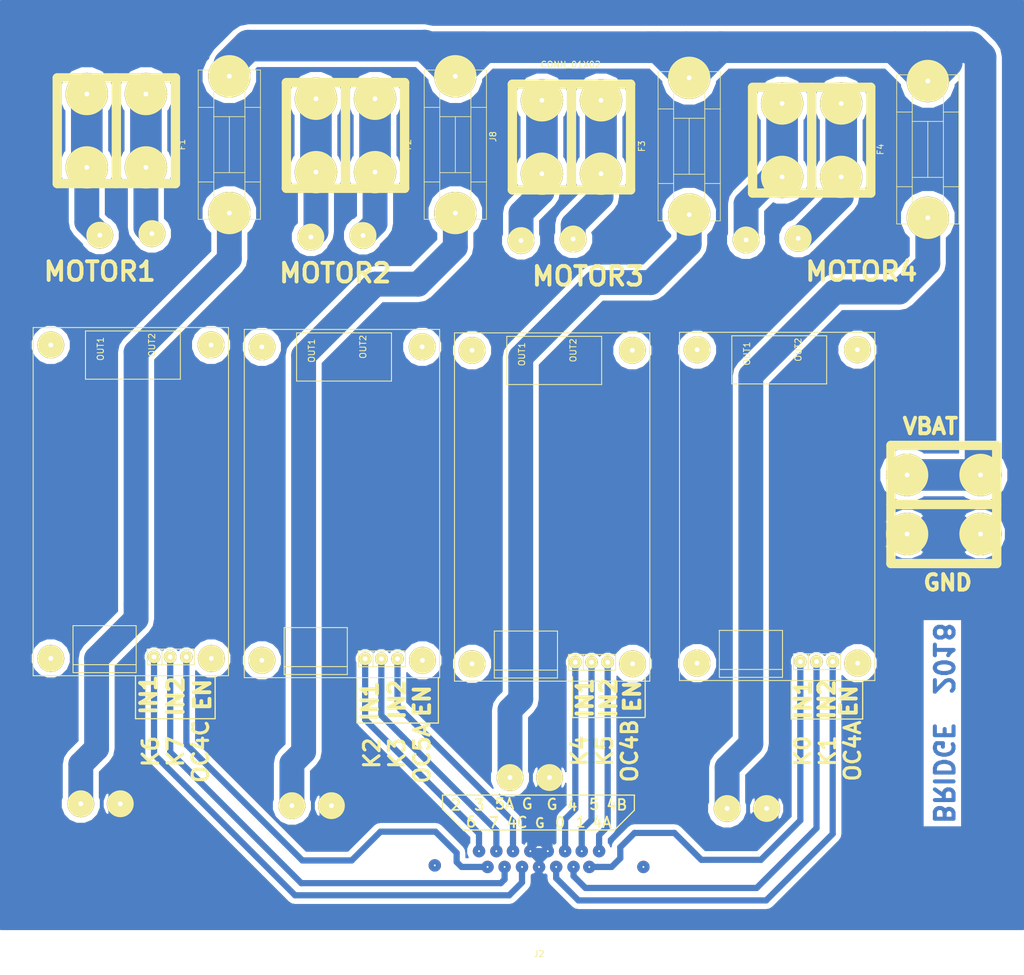
<source format=kicad_pcb>
(kicad_pcb (version 4) (host pcbnew 4.0.7)

  (general
    (links 45)
    (no_connects 0)
    (area 44.5516 15.494 210.108801 173.532801)
    (thickness 1.6)
    (drawings 58)
    (tracks 191)
    (zones 0)
    (modules 14)
    (nets 27)
  )

  (page A4)
  (layers
    (0 F.Cu signal)
    (31 B.Cu signal)
    (32 B.Adhes user)
    (33 F.Adhes user)
    (34 B.Paste user)
    (35 F.Paste user)
    (36 B.SilkS user)
    (37 F.SilkS user)
    (38 B.Mask user)
    (39 F.Mask user)
    (40 Dwgs.User user)
    (41 Cmts.User user)
    (42 Eco1.User user)
    (43 Eco2.User user)
    (44 Edge.Cuts user)
    (45 Margin user)
    (46 B.CrtYd user)
    (47 F.CrtYd user)
    (48 B.Fab user)
    (49 F.Fab user)
  )

  (setup
    (last_trace_width 1)
    (user_trace_width 1)
    (user_trace_width 1.2)
    (user_trace_width 1.5)
    (user_trace_width 1.8)
    (user_trace_width 2)
    (user_trace_width 3.81)
    (user_trace_width 5.08)
    (trace_clearance 0.89878)
    (zone_clearance 0.508)
    (zone_45_only yes)
    (trace_min 0.2)
    (segment_width 0.2)
    (edge_width 0.1)
    (via_size 0.6)
    (via_drill 0.4)
    (via_min_size 0.4)
    (via_min_drill 0.3)
    (uvia_size 0.3)
    (uvia_drill 0.1)
    (uvias_allowed no)
    (uvia_min_size 0.2)
    (uvia_min_drill 0.1)
    (pcb_text_width 0.3)
    (pcb_text_size 1.5 1.5)
    (mod_edge_width 0.15)
    (mod_text_size 1 1)
    (mod_text_width 0.15)
    (pad_size 2 2)
    (pad_drill 0.3)
    (pad_to_mask_clearance 0)
    (aux_axis_origin 0 0)
    (visible_elements 7FFFFFFF)
    (pcbplotparams
      (layerselection 0x00030_80000001)
      (usegerberextensions false)
      (excludeedgelayer true)
      (linewidth 0.100000)
      (plotframeref false)
      (viasonmask false)
      (mode 1)
      (useauxorigin false)
      (hpglpennumber 1)
      (hpglpenspeed 20)
      (hpglpendiameter 15)
      (hpglpenoverlay 2)
      (psnegative false)
      (psa4output false)
      (plotreference true)
      (plotvalue true)
      (plotinvisibletext false)
      (padsonsilk false)
      (subtractmaskfromsilk false)
      (outputformat 1)
      (mirror false)
      (drillshape 1)
      (scaleselection 1)
      (outputdirectory ""))
  )

  (net 0 "")
  (net 1 /VBAT)
  (net 2 /VBAT1)
  (net 3 /VBAT2)
  (net 4 /VBAT3)
  (net 5 /VBAT4)
  (net 6 /OUT11)
  (net 7 /OUT12)
  (net 8 /OUT42)
  (net 9 /OUT41)
  (net 10 /OUT32)
  (net 11 /OUT31)
  (net 12 /OUT22)
  (net 13 /OUT21)
  (net 14 /GND)
  (net 15 /PWM4)
  (net 16 /PWM3)
  (net 17 /PWM2)
  (net 18 /PWM1)
  (net 19 /M11)
  (net 20 /M12)
  (net 21 /M21)
  (net 22 /M22)
  (net 23 /M31)
  (net 24 /M32)
  (net 25 /M42)
  (net 26 /M41)

  (net_class Default "This is the default net class."
    (clearance 0.89878)
    (trace_width 4)
    (via_dia 0.6)
    (via_drill 0.4)
    (uvia_dia 0.3)
    (uvia_drill 0.1)
    (add_net /GND)
    (add_net /M11)
    (add_net /M12)
    (add_net /M21)
    (add_net /M22)
    (add_net /M31)
    (add_net /M32)
    (add_net /M41)
    (add_net /M42)
    (add_net /OUT11)
    (add_net /OUT12)
    (add_net /OUT21)
    (add_net /OUT22)
    (add_net /OUT31)
    (add_net /OUT32)
    (add_net /OUT41)
    (add_net /OUT42)
    (add_net /PWM1)
    (add_net /PWM2)
    (add_net /PWM3)
    (add_net /PWM4)
    (add_net /VBAT)
    (add_net /VBAT1)
    (add_net /VBAT2)
    (add_net /VBAT3)
    (add_net /VBAT4)
  )

  (module Mod_files:H_Bridge (layer F.Cu) (tedit 5A0D12D5) (tstamp 59C167B8)
    (at 131.9784 121.0056 270)
    (path /59BF6C09)
    (fp_text reference J7 (at -6.1722 7.1882 270) (layer F.SilkS) hide
      (effects (font (size 1 1) (thickness 0.15)))
    )
    (fp_text value H-Bridge3 (at -24.892 0.508 270) (layer F.SilkS) hide
      (effects (font (size 1 1) (thickness 0.15)))
    )
    (fp_line (start 2.52476 -2.55016) (end 2.52476 7.59968) (layer F.SilkS) (width 0.15))
    (fp_line (start 3.79984 -2.55016) (end 3.79984 7.59968) (layer F.SilkS) (width 0.15))
    (fp_line (start 3.79984 7.59968) (end -3.74904 7.59968) (layer F.SilkS) (width 0.15))
    (fp_line (start -3.74904 7.59968) (end -3.74904 -2.55016) (layer F.SilkS) (width 0.15))
    (fp_line (start -3.74904 -2.55016) (end 3.79984 -2.55016) (layer F.SilkS) (width 0.15))
    (fp_line (start 0.01524 -6.69544) (end 2.57048 -6.69544) (layer F.SilkS) (width 0.15))
    (fp_line (start 2.57048 -6.69544) (end 2.55016 -6.70052) (layer F.SilkS) (width 0.15))
    (fp_line (start 2.54508 -11.89736) (end 2.55524 -4.32308) (layer F.SilkS) (width 0.15))
    (fp_line (start 2.55524 -4.32308) (end 0.02032 -4.32308) (layer F.SilkS) (width 0.15))
    (fp_line (start 0.02032 -4.32308) (end 0.02032 -11.89736) (layer F.SilkS) (width 0.15))
    (fp_line (start 0.02032 -11.89736) (end 2.54508 -11.89736) (layer F.SilkS) (width 0.15))
    (fp_text user OUT2 (at -48.895 -5.08 270) (layer F.SilkS)
      (effects (font (size 1 1) (thickness 0.15)))
    )
    (fp_text user OUT1 (at -48.26 3.175 270) (layer F.SilkS)
      (effects (font (size 1 1) (thickness 0.15)))
    )
    (fp_line (start -51.13528 -9.652) (end -43.38828 -9.652) (layer F.SilkS) (width 0.15))
    (fp_line (start -43.38828 -9.652) (end -43.38828 5.59816) (layer F.SilkS) (width 0.15))
    (fp_line (start -43.38828 5.59816) (end -51.13528 5.59816) (layer F.SilkS) (width 0.15))
    (fp_line (start -51.13528 5.59816) (end -51.13528 -9.652) (layer F.SilkS) (width 0.15))
    (fp_line (start -51.69408 -17.39392) (end 4.30784 -17.39392) (layer F.SilkS) (width 0.15))
    (fp_line (start 4.30784 -17.39392) (end 4.30784 14.00556) (layer F.SilkS) (width 0.15))
    (fp_line (start 4.30784 14.00556) (end -51.69408 14.00556) (layer F.SilkS) (width 0.15))
    (fp_line (start -51.69408 14.00556) (end -51.69408 -17.39392) (layer F.SilkS) (width 0.15))
    (pad "" thru_hole circle (at -48.895 -14.58976 270) (size 4.318 4.318) (drill 0.762) (layers *.Cu *.Mask F.SilkS))
    (pad "" thru_hole circle (at 1.524 -14.6304 270) (size 4.318 4.318) (drill 0.762) (layers *.Cu *.Mask F.SilkS))
    (pad "" thru_hole circle (at 1.51892 11.176 270) (size 4.318 4.318) (drill 0.762) (layers *.Cu *.Mask F.SilkS))
    (pad "" thru_hole circle (at -48.88992 11.176 270) (size 4.318 4.318) (drill 0.762) (layers *.Cu *.Mask F.SilkS))
    (pad 2 thru_hole circle (at -66.802 -5.08 270) (size 4.318 4.318) (drill 0.762) (layers *.Cu *.Mask F.SilkS)
      (net 10 /OUT32))
    (pad 1 thru_hole circle (at -66.548 3.302 270) (size 4.318 4.318) (drill 0.762) (layers *.Cu *.Mask F.SilkS)
      (net 11 /OUT31))
    (pad 3 thru_hole circle (at 1.27 -10.62228 270) (size 2.032 2.032) (drill 0.762) (layers *.Cu *.Mask F.SilkS)
      (net 16 /PWM3) (clearance -0.254))
    (pad 4 thru_hole circle (at 1.27 -8.02132 270) (size 2.032 2.032) (drill 0.762) (layers *.Cu *.Mask F.SilkS)
      (net 23 /M31) (clearance -0.254))
    (pad 5 thru_hole circle (at 1.27 -5.42036 270) (size 2.032 2.032) (drill 0.762) (layers *.Cu *.Mask F.SilkS)
      (net 24 /M32) (clearance -0.254))
    (pad 7 thru_hole circle (at 19.812 -1.27 270) (size 4.318 4.318) (drill 0.762) (layers *.Cu *.Mask F.SilkS)
      (net 14 /GND))
    (pad 6 thru_hole circle (at 19.812 5.08 270) (size 4.318 4.318) (drill 0.762) (layers *.Cu *.Mask F.SilkS)
      (net 4 /VBAT3))
  )

  (module Mod_files:H_Bridge (layer F.Cu) (tedit 5A0D12C9) (tstamp 59C16792)
    (at 64.262 120.142 270)
    (path /59BF66F6)
    (fp_text reference J3 (at -6.1722 7.1882 270) (layer F.SilkS) hide
      (effects (font (size 1 1) (thickness 0.15)))
    )
    (fp_text value H-Bridge1 (at -22.606 -1.524 270) (layer F.SilkS) hide
      (effects (font (size 1 1) (thickness 0.15)))
    )
    (fp_line (start 2.52476 -2.55016) (end 2.52476 7.59968) (layer F.SilkS) (width 0.15))
    (fp_line (start 3.79984 -2.55016) (end 3.79984 7.59968) (layer F.SilkS) (width 0.15))
    (fp_line (start 3.79984 7.59968) (end -3.74904 7.59968) (layer F.SilkS) (width 0.15))
    (fp_line (start -3.74904 7.59968) (end -3.74904 -2.55016) (layer F.SilkS) (width 0.15))
    (fp_line (start -3.74904 -2.55016) (end 3.79984 -2.55016) (layer F.SilkS) (width 0.15))
    (fp_line (start 0.01524 -6.69544) (end 2.57048 -6.69544) (layer F.SilkS) (width 0.15))
    (fp_line (start 2.57048 -6.69544) (end 2.55016 -6.70052) (layer F.SilkS) (width 0.15))
    (fp_line (start 2.54508 -11.89736) (end 2.55524 -4.32308) (layer F.SilkS) (width 0.15))
    (fp_line (start 2.55524 -4.32308) (end 0.02032 -4.32308) (layer F.SilkS) (width 0.15))
    (fp_line (start 0.02032 -4.32308) (end 0.02032 -11.89736) (layer F.SilkS) (width 0.15))
    (fp_line (start 0.02032 -11.89736) (end 2.54508 -11.89736) (layer F.SilkS) (width 0.15))
    (fp_text user OUT2 (at -48.895 -5.08 270) (layer F.SilkS)
      (effects (font (size 1 1) (thickness 0.15)))
    )
    (fp_text user OUT1 (at -48.26 3.175 270) (layer F.SilkS)
      (effects (font (size 1 1) (thickness 0.15)))
    )
    (fp_line (start -51.13528 -9.652) (end -43.38828 -9.652) (layer F.SilkS) (width 0.15))
    (fp_line (start -43.38828 -9.652) (end -43.38828 5.59816) (layer F.SilkS) (width 0.15))
    (fp_line (start -43.38828 5.59816) (end -51.13528 5.59816) (layer F.SilkS) (width 0.15))
    (fp_line (start -51.13528 5.59816) (end -51.13528 -9.652) (layer F.SilkS) (width 0.15))
    (fp_line (start -51.69408 -17.39392) (end 4.30784 -17.39392) (layer F.SilkS) (width 0.15))
    (fp_line (start 4.30784 -17.39392) (end 4.30784 14.00556) (layer F.SilkS) (width 0.15))
    (fp_line (start 4.30784 14.00556) (end -51.69408 14.00556) (layer F.SilkS) (width 0.15))
    (fp_line (start -51.69408 14.00556) (end -51.69408 -17.39392) (layer F.SilkS) (width 0.15))
    (pad "" thru_hole circle (at -48.895 -14.58976 270) (size 4.318 4.318) (drill 0.762) (layers *.Cu *.Mask F.SilkS))
    (pad "" thru_hole circle (at 1.524 -14.6304 270) (size 4.318 4.318) (drill 0.762) (layers *.Cu *.Mask F.SilkS))
    (pad "" thru_hole circle (at 1.51892 11.176 270) (size 4.318 4.318) (drill 0.762) (layers *.Cu *.Mask F.SilkS))
    (pad "" thru_hole circle (at -48.88992 11.176 270) (size 4.318 4.318) (drill 0.762) (layers *.Cu *.Mask F.SilkS))
    (pad 2 thru_hole circle (at -66.802 -5.08 270) (size 4.318 4.318) (drill 0.762) (layers *.Cu *.Mask F.SilkS)
      (net 7 /OUT12))
    (pad 1 thru_hole circle (at -66.548 3.302 270) (size 4.318 4.318) (drill 0.762) (layers *.Cu *.Mask F.SilkS)
      (net 6 /OUT11))
    (pad 3 thru_hole circle (at 1.27 -10.62228 270) (size 2.032 2.032) (drill 0.762) (layers *.Cu *.Mask F.SilkS)
      (net 18 /PWM1) (clearance -0.254))
    (pad 4 thru_hole circle (at 1.27 -8.02132 270) (size 2.032 2.032) (drill 0.762) (layers *.Cu *.Mask F.SilkS)
      (net 19 /M11) (clearance -0.254))
    (pad 5 thru_hole circle (at 1.27 -5.42036 270) (size 2.032 2.032) (drill 0.762) (layers *.Cu *.Mask F.SilkS)
      (net 20 /M12) (clearance -0.254))
    (pad 7 thru_hole circle (at 24.892 0 270) (size 4.318 4.318) (drill 0.762) (layers *.Cu *.Mask F.SilkS)
      (net 14 /GND))
    (pad 6 thru_hole circle (at 24.892 6.35 270) (size 4.318 4.318) (drill 0.762) (layers *.Cu *.Mask F.SilkS)
      (net 2 /VBAT1))
  )

  (module Fuse_Holders_and_Fuses:Fuseholder5x20_horiz_SemiClosed_Casing10x25mm (layer F.Cu) (tedit 59C17391) (tstamp 59C16754)
    (at 81.788 50.038 90)
    (descr "Fuseholder, 5x20, Semi closed, horizontal, Casing 10x25mm,")
    (tags "Fuseholder 5x20 Semi closed horizontal Casing 10x25mm Sicherungshalter halbgeschlossen ")
    (path /59BFC8DE)
    (fp_text reference F1 (at 11 -7.62 90) (layer F.SilkS)
      (effects (font (size 1 1) (thickness 0.15)))
    )
    (fp_text value Fuse (at 12.27 7.62 90) (layer F.Fab)
      (effects (font (size 1 1) (thickness 0.15)))
    )
    (fp_line (start 5 2.5) (end 5 4.9) (layer F.Fab) (width 0.1))
    (fp_line (start 17 -2.5) (end 17 -4.9) (layer F.Fab) (width 0.1))
    (fp_line (start 17 2.5) (end 17 4.95) (layer F.Fab) (width 0.1))
    (fp_line (start 15.5 -2.5) (end 15.5 2.5) (layer F.Fab) (width 0.1))
    (fp_line (start 6.5 0) (end 15.5 0) (layer F.Fab) (width 0.1))
    (fp_line (start 6.5 -2.5) (end 6.5 2.5) (layer F.Fab) (width 0.1))
    (fp_line (start 5 -4.9) (end 5 -2.5) (layer F.Fab) (width 0.1))
    (fp_line (start 1 -2.5) (end 1 2.5) (layer F.Fab) (width 0.1))
    (fp_line (start 1 2.5) (end 21 2.5) (layer F.Fab) (width 0.1))
    (fp_line (start 21 2.5) (end 21 -2.5) (layer F.Fab) (width 0.1))
    (fp_line (start 21 -2.5) (end 1 -2.5) (layer F.Fab) (width 0.1))
    (fp_line (start -0.9 -4.9) (end -0.9 4.9) (layer F.Fab) (width 0.1))
    (fp_line (start -0.9 4.9) (end 22.9 4.9) (layer F.Fab) (width 0.1))
    (fp_line (start 22.9 4.9) (end 22.9 -4.9) (layer F.Fab) (width 0.1))
    (fp_line (start 22.9 -4.9) (end -0.9 -4.9) (layer F.Fab) (width 0.1))
    (fp_line (start 5 -2.5) (end 5 -5) (layer F.SilkS) (width 0.12))
    (fp_line (start 5 5) (end 5 2.5) (layer F.SilkS) (width 0.12))
    (fp_line (start 17 5) (end 17 2.5) (layer F.SilkS) (width 0.12))
    (fp_line (start 17 -5) (end 17 -2.5) (layer F.SilkS) (width 0.12))
    (fp_line (start 6.5 0) (end 15.5 0) (layer F.SilkS) (width 0.12))
    (fp_line (start 6.5 -2.5) (end 6.5 2.5) (layer F.SilkS) (width 0.12))
    (fp_line (start 15.5 -2.5) (end 15.5 2.5) (layer F.SilkS) (width 0.12))
    (fp_line (start 21 -1.9) (end 21 -2.5) (layer F.SilkS) (width 0.12))
    (fp_line (start 1 1.9) (end 1 2.5) (layer F.SilkS) (width 0.12))
    (fp_line (start 1 2.5) (end 21 2.5) (layer F.SilkS) (width 0.12))
    (fp_line (start 21 2.5) (end 21 1.9) (layer F.SilkS) (width 0.12))
    (fp_line (start 21 -2.5) (end 1 -2.5) (layer F.SilkS) (width 0.12))
    (fp_line (start 1 -2.5) (end 1 -1.9) (layer F.SilkS) (width 0.12))
    (fp_line (start 23 -1.9) (end 23 -5) (layer F.SilkS) (width 0.12))
    (fp_line (start -1 1.9) (end -1 5) (layer F.SilkS) (width 0.12))
    (fp_line (start -1 5) (end 23 5) (layer F.SilkS) (width 0.12))
    (fp_line (start 23 5) (end 23 1.9) (layer F.SilkS) (width 0.12))
    (fp_line (start 23 -5) (end -1 -5) (layer F.SilkS) (width 0.12))
    (fp_line (start -1 -5) (end -1 -1.9) (layer F.SilkS) (width 0.12))
    (fp_line (start -1.5 -5.15) (end 23.5 -5.15) (layer F.CrtYd) (width 0.05))
    (fp_line (start -1.5 -5.15) (end -1.5 5.2) (layer F.CrtYd) (width 0.05))
    (fp_line (start 23.5 5.2) (end 23.5 -5.15) (layer F.CrtYd) (width 0.05))
    (fp_line (start 23.5 5.2) (end -1.5 5.2) (layer F.CrtYd) (width 0.05))
    (pad 2 thru_hole circle (at 22 0 180) (size 6.81 6.81) (drill 0.762) (layers *.Cu *.Mask F.SilkS)
      (net 1 /VBAT))
    (pad 1 thru_hole circle (at 0 0 180) (size 6.81 6.81) (drill 0.762) (layers *.Cu *.Mask F.SilkS)
      (net 2 /VBAT1))
  )

  (module Fuse_Holders_and_Fuses:Fuseholder5x20_horiz_SemiClosed_Casing10x25mm (layer F.Cu) (tedit 59C173A5) (tstamp 59C16760)
    (at 155.702 50.292 90)
    (descr "Fuseholder, 5x20, Semi closed, horizontal, Casing 10x25mm,")
    (tags "Fuseholder 5x20 Semi closed horizontal Casing 10x25mm Sicherungshalter halbgeschlossen ")
    (path /59BFCD9B)
    (fp_text reference F3 (at 11 -7.62 90) (layer F.SilkS)
      (effects (font (size 1 1) (thickness 0.15)))
    )
    (fp_text value Fuse (at 12.27 7.62 90) (layer F.Fab)
      (effects (font (size 1 1) (thickness 0.15)))
    )
    (fp_line (start 5 2.5) (end 5 4.9) (layer F.Fab) (width 0.1))
    (fp_line (start 17 -2.5) (end 17 -4.9) (layer F.Fab) (width 0.1))
    (fp_line (start 17 2.5) (end 17 4.95) (layer F.Fab) (width 0.1))
    (fp_line (start 15.5 -2.5) (end 15.5 2.5) (layer F.Fab) (width 0.1))
    (fp_line (start 6.5 0) (end 15.5 0) (layer F.Fab) (width 0.1))
    (fp_line (start 6.5 -2.5) (end 6.5 2.5) (layer F.Fab) (width 0.1))
    (fp_line (start 5 -4.9) (end 5 -2.5) (layer F.Fab) (width 0.1))
    (fp_line (start 1 -2.5) (end 1 2.5) (layer F.Fab) (width 0.1))
    (fp_line (start 1 2.5) (end 21 2.5) (layer F.Fab) (width 0.1))
    (fp_line (start 21 2.5) (end 21 -2.5) (layer F.Fab) (width 0.1))
    (fp_line (start 21 -2.5) (end 1 -2.5) (layer F.Fab) (width 0.1))
    (fp_line (start -0.9 -4.9) (end -0.9 4.9) (layer F.Fab) (width 0.1))
    (fp_line (start -0.9 4.9) (end 22.9 4.9) (layer F.Fab) (width 0.1))
    (fp_line (start 22.9 4.9) (end 22.9 -4.9) (layer F.Fab) (width 0.1))
    (fp_line (start 22.9 -4.9) (end -0.9 -4.9) (layer F.Fab) (width 0.1))
    (fp_line (start 5 -2.5) (end 5 -5) (layer F.SilkS) (width 0.12))
    (fp_line (start 5 5) (end 5 2.5) (layer F.SilkS) (width 0.12))
    (fp_line (start 17 5) (end 17 2.5) (layer F.SilkS) (width 0.12))
    (fp_line (start 17 -5) (end 17 -2.5) (layer F.SilkS) (width 0.12))
    (fp_line (start 6.5 0) (end 15.5 0) (layer F.SilkS) (width 0.12))
    (fp_line (start 6.5 -2.5) (end 6.5 2.5) (layer F.SilkS) (width 0.12))
    (fp_line (start 15.5 -2.5) (end 15.5 2.5) (layer F.SilkS) (width 0.12))
    (fp_line (start 21 -1.9) (end 21 -2.5) (layer F.SilkS) (width 0.12))
    (fp_line (start 1 1.9) (end 1 2.5) (layer F.SilkS) (width 0.12))
    (fp_line (start 1 2.5) (end 21 2.5) (layer F.SilkS) (width 0.12))
    (fp_line (start 21 2.5) (end 21 1.9) (layer F.SilkS) (width 0.12))
    (fp_line (start 21 -2.5) (end 1 -2.5) (layer F.SilkS) (width 0.12))
    (fp_line (start 1 -2.5) (end 1 -1.9) (layer F.SilkS) (width 0.12))
    (fp_line (start 23 -1.9) (end 23 -5) (layer F.SilkS) (width 0.12))
    (fp_line (start -1 1.9) (end -1 5) (layer F.SilkS) (width 0.12))
    (fp_line (start -1 5) (end 23 5) (layer F.SilkS) (width 0.12))
    (fp_line (start 23 5) (end 23 1.9) (layer F.SilkS) (width 0.12))
    (fp_line (start 23 -5) (end -1 -5) (layer F.SilkS) (width 0.12))
    (fp_line (start -1 -5) (end -1 -1.9) (layer F.SilkS) (width 0.12))
    (fp_line (start -1.5 -5.15) (end 23.5 -5.15) (layer F.CrtYd) (width 0.05))
    (fp_line (start -1.5 -5.15) (end -1.5 5.2) (layer F.CrtYd) (width 0.05))
    (fp_line (start 23.5 5.2) (end 23.5 -5.15) (layer F.CrtYd) (width 0.05))
    (fp_line (start 23.5 5.2) (end -1.5 5.2) (layer F.CrtYd) (width 0.05))
    (pad 2 thru_hole circle (at 22 0 180) (size 6.81 6.81) (drill 0.762) (layers *.Cu *.Mask F.SilkS)
      (net 1 /VBAT))
    (pad 1 thru_hole circle (at 0 0 180) (size 6.81 6.81) (drill 0.762) (layers *.Cu *.Mask F.SilkS)
      (net 4 /VBAT3))
  )

  (module Mod_files:H_Bridge (layer F.Cu) (tedit 5A0D12DA) (tstamp 59C167CF)
    (at 168.148 120.904 270)
    (path /59BF6C8B)
    (fp_text reference J10 (at -6.1722 7.1882 270) (layer F.SilkS) hide
      (effects (font (size 1 1) (thickness 0.15)))
    )
    (fp_text value H-Bridge4 (at -23.622 -2.032 270) (layer F.SilkS) hide
      (effects (font (size 1 1) (thickness 0.15)))
    )
    (fp_line (start 2.52476 -2.55016) (end 2.52476 7.59968) (layer F.SilkS) (width 0.15))
    (fp_line (start 3.79984 -2.55016) (end 3.79984 7.59968) (layer F.SilkS) (width 0.15))
    (fp_line (start 3.79984 7.59968) (end -3.74904 7.59968) (layer F.SilkS) (width 0.15))
    (fp_line (start -3.74904 7.59968) (end -3.74904 -2.55016) (layer F.SilkS) (width 0.15))
    (fp_line (start -3.74904 -2.55016) (end 3.79984 -2.55016) (layer F.SilkS) (width 0.15))
    (fp_line (start 0.01524 -6.69544) (end 2.57048 -6.69544) (layer F.SilkS) (width 0.15))
    (fp_line (start 2.57048 -6.69544) (end 2.55016 -6.70052) (layer F.SilkS) (width 0.15))
    (fp_line (start 2.54508 -11.89736) (end 2.55524 -4.32308) (layer F.SilkS) (width 0.15))
    (fp_line (start 2.55524 -4.32308) (end 0.02032 -4.32308) (layer F.SilkS) (width 0.15))
    (fp_line (start 0.02032 -4.32308) (end 0.02032 -11.89736) (layer F.SilkS) (width 0.15))
    (fp_line (start 0.02032 -11.89736) (end 2.54508 -11.89736) (layer F.SilkS) (width 0.15))
    (fp_text user OUT2 (at -48.895 -5.08 270) (layer F.SilkS)
      (effects (font (size 1 1) (thickness 0.15)))
    )
    (fp_text user OUT1 (at -48.26 3.175 270) (layer F.SilkS)
      (effects (font (size 1 1) (thickness 0.15)))
    )
    (fp_line (start -51.13528 -9.652) (end -43.38828 -9.652) (layer F.SilkS) (width 0.15))
    (fp_line (start -43.38828 -9.652) (end -43.38828 5.59816) (layer F.SilkS) (width 0.15))
    (fp_line (start -43.38828 5.59816) (end -51.13528 5.59816) (layer F.SilkS) (width 0.15))
    (fp_line (start -51.13528 5.59816) (end -51.13528 -9.652) (layer F.SilkS) (width 0.15))
    (fp_line (start -51.69408 -17.39392) (end 4.30784 -17.39392) (layer F.SilkS) (width 0.15))
    (fp_line (start 4.30784 -17.39392) (end 4.30784 14.00556) (layer F.SilkS) (width 0.15))
    (fp_line (start 4.30784 14.00556) (end -51.69408 14.00556) (layer F.SilkS) (width 0.15))
    (fp_line (start -51.69408 14.00556) (end -51.69408 -17.39392) (layer F.SilkS) (width 0.15))
    (pad "" thru_hole circle (at -48.895 -14.58976 270) (size 4.318 4.318) (drill 0.762) (layers *.Cu *.Mask F.SilkS))
    (pad "" thru_hole circle (at 1.524 -14.6304 270) (size 4.318 4.318) (drill 0.762) (layers *.Cu *.Mask F.SilkS))
    (pad "" thru_hole circle (at 1.51892 11.176 270) (size 4.318 4.318) (drill 0.762) (layers *.Cu *.Mask F.SilkS))
    (pad "" thru_hole circle (at -48.88992 11.176 270) (size 4.318 4.318) (drill 0.762) (layers *.Cu *.Mask F.SilkS))
    (pad 2 thru_hole circle (at -66.802 -5.08 270) (size 4.318 4.318) (drill 0.762) (layers *.Cu *.Mask F.SilkS)
      (net 8 /OUT42))
    (pad 1 thru_hole circle (at -66.548 3.302 270) (size 4.318 4.318) (drill 0.762) (layers *.Cu *.Mask F.SilkS)
      (net 9 /OUT41))
    (pad 3 thru_hole circle (at 1.27 -10.62228 270) (size 2.032 2.032) (drill 0.762) (layers *.Cu *.Mask F.SilkS)
      (net 15 /PWM4) (clearance -0.254))
    (pad 4 thru_hole circle (at 1.27 -8.02132 270) (size 2.032 2.032) (drill 0.762) (layers *.Cu *.Mask F.SilkS)
      (net 26 /M41) (clearance -0.254))
    (pad 5 thru_hole circle (at 1.27 -5.42036 270) (size 2.032 2.032) (drill 0.762) (layers *.Cu *.Mask F.SilkS)
      (net 25 /M42) (clearance -0.254))
    (pad 7 thru_hole circle (at 24.892 0 270) (size 4.318 4.318) (drill 0.762) (layers *.Cu *.Mask F.SilkS)
      (net 14 /GND))
    (pad 6 thru_hole circle (at 24.892 6.35 270) (size 4.318 4.318) (drill 0.762) (layers *.Cu *.Mask F.SilkS)
      (net 5 /VBAT4))
  )

  (module Mod_files:Solar_connector (layer F.Cu) (tedit 5A0D127E) (tstamp 59C1676E)
    (at 63.5 36.322)
    (path /59BF8BBE)
    (fp_text reference J1 (at -12.4841 0.4064 90) (layer F.SilkS) hide
      (effects (font (size 1 1) (thickness 0.15)))
    )
    (fp_text value CONN_01X02 (at -1.524 -11.176) (layer F.SilkS) hide
      (effects (font (size 1 1) (thickness 0.15)))
    )
    (fp_line (start -9.3726 -8.0264) (end 9.6274 -8.0264) (layer F.SilkS) (width 1.5))
    (fp_line (start 9.6274 -8.0264) (end 9.6274 8.9736) (layer F.SilkS) (width 1.5))
    (fp_line (start -9.3726 8.9736) (end 9.6274 8.9736) (layer F.SilkS) (width 1.5))
    (fp_line (start -9.3726 -8.0014) (end -9.3726 8.9736) (layer F.SilkS) (width 1.5))
    (fp_line (start 0.1274 8.9736) (end 0.1274 -8.0264) (layer F.SilkS) (width 1.5))
    (pad 1 thru_hole circle (at -4.6226 -5.4264 90) (size 6.81 6.81) (drill 0.762) (layers *.Cu *.Mask F.SilkS)
      (net 6 /OUT11))
    (pad 2 thru_hole circle (at 4.8774 -5.4264 90) (size 6.81 6.81) (drill 0.762) (layers *.Cu *.Mask F.SilkS)
      (net 7 /OUT12))
    (pad 1 thru_hole circle (at -4.6226 6.3736 90) (size 6.81 6.81) (drill 0.762) (layers *.Cu *.Mask F.SilkS)
      (net 6 /OUT11))
    (pad 2 thru_hole circle (at 4.8774 6.3736 90) (size 6.81 6.81) (drill 0.762) (layers *.Cu *.Mask F.SilkS)
      (net 7 /OUT12))
  )

  (module Fuse_Holders_and_Fuses:Fuseholder5x20_horiz_SemiClosed_Casing10x25mm (layer F.Cu) (tedit 59C1733A) (tstamp 59C1675A)
    (at 118.11 50.038 90)
    (descr "Fuseholder, 5x20, Semi closed, horizontal, Casing 10x25mm,")
    (tags "Fuseholder 5x20 Semi closed horizontal Casing 10x25mm Sicherungshalter halbgeschlossen ")
    (path /59BFCAF9)
    (fp_text reference F2 (at 11 -7.62 90) (layer F.SilkS)
      (effects (font (size 1 1) (thickness 0.15)))
    )
    (fp_text value Fuse (at 12.27 7.62 90) (layer F.Fab)
      (effects (font (size 1 1) (thickness 0.15)))
    )
    (fp_line (start 5 2.5) (end 5 4.9) (layer F.Fab) (width 0.1))
    (fp_line (start 17 -2.5) (end 17 -4.9) (layer F.Fab) (width 0.1))
    (fp_line (start 17 2.5) (end 17 4.95) (layer F.Fab) (width 0.1))
    (fp_line (start 15.5 -2.5) (end 15.5 2.5) (layer F.Fab) (width 0.1))
    (fp_line (start 6.5 0) (end 15.5 0) (layer F.Fab) (width 0.1))
    (fp_line (start 6.5 -2.5) (end 6.5 2.5) (layer F.Fab) (width 0.1))
    (fp_line (start 5 -4.9) (end 5 -2.5) (layer F.Fab) (width 0.1))
    (fp_line (start 1 -2.5) (end 1 2.5) (layer F.Fab) (width 0.1))
    (fp_line (start 1 2.5) (end 21 2.5) (layer F.Fab) (width 0.1))
    (fp_line (start 21 2.5) (end 21 -2.5) (layer F.Fab) (width 0.1))
    (fp_line (start 21 -2.5) (end 1 -2.5) (layer F.Fab) (width 0.1))
    (fp_line (start -0.9 -4.9) (end -0.9 4.9) (layer F.Fab) (width 0.1))
    (fp_line (start -0.9 4.9) (end 22.9 4.9) (layer F.Fab) (width 0.1))
    (fp_line (start 22.9 4.9) (end 22.9 -4.9) (layer F.Fab) (width 0.1))
    (fp_line (start 22.9 -4.9) (end -0.9 -4.9) (layer F.Fab) (width 0.1))
    (fp_line (start 5 -2.5) (end 5 -5) (layer F.SilkS) (width 0.12))
    (fp_line (start 5 5) (end 5 2.5) (layer F.SilkS) (width 0.12))
    (fp_line (start 17 5) (end 17 2.5) (layer F.SilkS) (width 0.12))
    (fp_line (start 17 -5) (end 17 -2.5) (layer F.SilkS) (width 0.12))
    (fp_line (start 6.5 0) (end 15.5 0) (layer F.SilkS) (width 0.12))
    (fp_line (start 6.5 -2.5) (end 6.5 2.5) (layer F.SilkS) (width 0.12))
    (fp_line (start 15.5 -2.5) (end 15.5 2.5) (layer F.SilkS) (width 0.12))
    (fp_line (start 21 -1.9) (end 21 -2.5) (layer F.SilkS) (width 0.12))
    (fp_line (start 1 1.9) (end 1 2.5) (layer F.SilkS) (width 0.12))
    (fp_line (start 1 2.5) (end 21 2.5) (layer F.SilkS) (width 0.12))
    (fp_line (start 21 2.5) (end 21 1.9) (layer F.SilkS) (width 0.12))
    (fp_line (start 21 -2.5) (end 1 -2.5) (layer F.SilkS) (width 0.12))
    (fp_line (start 1 -2.5) (end 1 -1.9) (layer F.SilkS) (width 0.12))
    (fp_line (start 23 -1.9) (end 23 -5) (layer F.SilkS) (width 0.12))
    (fp_line (start -1 1.9) (end -1 5) (layer F.SilkS) (width 0.12))
    (fp_line (start -1 5) (end 23 5) (layer F.SilkS) (width 0.12))
    (fp_line (start 23 5) (end 23 1.9) (layer F.SilkS) (width 0.12))
    (fp_line (start 23 -5) (end -1 -5) (layer F.SilkS) (width 0.12))
    (fp_line (start -1 -5) (end -1 -1.9) (layer F.SilkS) (width 0.12))
    (fp_line (start -1.5 -5.15) (end 23.5 -5.15) (layer F.CrtYd) (width 0.05))
    (fp_line (start -1.5 -5.15) (end -1.5 5.2) (layer F.CrtYd) (width 0.05))
    (fp_line (start 23.5 5.2) (end 23.5 -5.15) (layer F.CrtYd) (width 0.05))
    (fp_line (start 23.5 5.2) (end -1.5 5.2) (layer F.CrtYd) (width 0.05))
    (pad 2 thru_hole circle (at 22 0 180) (size 6.81 6.81) (drill 0.762) (layers *.Cu *.Mask F.SilkS)
      (net 1 /VBAT))
    (pad 1 thru_hole circle (at 0 0 180) (size 6.81 6.81) (drill 0.762) (layers *.Cu *.Mask F.SilkS)
      (net 3 /VBAT2))
  )

  (module Fuse_Holders_and_Fuses:Fuseholder5x20_horiz_SemiClosed_Casing10x25mm (layer F.Cu) (tedit 59C1739E) (tstamp 59C16766)
    (at 194.056 50.8 90)
    (descr "Fuseholder, 5x20, Semi closed, horizontal, Casing 10x25mm,")
    (tags "Fuseholder 5x20 Semi closed horizontal Casing 10x25mm Sicherungshalter halbgeschlossen ")
    (path /59BFCBFB)
    (fp_text reference F4 (at 11 -7.62 90) (layer F.SilkS)
      (effects (font (size 1 1) (thickness 0.15)))
    )
    (fp_text value Fuse (at 12.27 7.62 90) (layer F.Fab)
      (effects (font (size 1 1) (thickness 0.15)))
    )
    (fp_line (start 5 2.5) (end 5 4.9) (layer F.Fab) (width 0.1))
    (fp_line (start 17 -2.5) (end 17 -4.9) (layer F.Fab) (width 0.1))
    (fp_line (start 17 2.5) (end 17 4.95) (layer F.Fab) (width 0.1))
    (fp_line (start 15.5 -2.5) (end 15.5 2.5) (layer F.Fab) (width 0.1))
    (fp_line (start 6.5 0) (end 15.5 0) (layer F.Fab) (width 0.1))
    (fp_line (start 6.5 -2.5) (end 6.5 2.5) (layer F.Fab) (width 0.1))
    (fp_line (start 5 -4.9) (end 5 -2.5) (layer F.Fab) (width 0.1))
    (fp_line (start 1 -2.5) (end 1 2.5) (layer F.Fab) (width 0.1))
    (fp_line (start 1 2.5) (end 21 2.5) (layer F.Fab) (width 0.1))
    (fp_line (start 21 2.5) (end 21 -2.5) (layer F.Fab) (width 0.1))
    (fp_line (start 21 -2.5) (end 1 -2.5) (layer F.Fab) (width 0.1))
    (fp_line (start -0.9 -4.9) (end -0.9 4.9) (layer F.Fab) (width 0.1))
    (fp_line (start -0.9 4.9) (end 22.9 4.9) (layer F.Fab) (width 0.1))
    (fp_line (start 22.9 4.9) (end 22.9 -4.9) (layer F.Fab) (width 0.1))
    (fp_line (start 22.9 -4.9) (end -0.9 -4.9) (layer F.Fab) (width 0.1))
    (fp_line (start 5 -2.5) (end 5 -5) (layer F.SilkS) (width 0.12))
    (fp_line (start 5 5) (end 5 2.5) (layer F.SilkS) (width 0.12))
    (fp_line (start 17 5) (end 17 2.5) (layer F.SilkS) (width 0.12))
    (fp_line (start 17 -5) (end 17 -2.5) (layer F.SilkS) (width 0.12))
    (fp_line (start 6.5 0) (end 15.5 0) (layer F.SilkS) (width 0.12))
    (fp_line (start 6.5 -2.5) (end 6.5 2.5) (layer F.SilkS) (width 0.12))
    (fp_line (start 15.5 -2.5) (end 15.5 2.5) (layer F.SilkS) (width 0.12))
    (fp_line (start 21 -1.9) (end 21 -2.5) (layer F.SilkS) (width 0.12))
    (fp_line (start 1 1.9) (end 1 2.5) (layer F.SilkS) (width 0.12))
    (fp_line (start 1 2.5) (end 21 2.5) (layer F.SilkS) (width 0.12))
    (fp_line (start 21 2.5) (end 21 1.9) (layer F.SilkS) (width 0.12))
    (fp_line (start 21 -2.5) (end 1 -2.5) (layer F.SilkS) (width 0.12))
    (fp_line (start 1 -2.5) (end 1 -1.9) (layer F.SilkS) (width 0.12))
    (fp_line (start 23 -1.9) (end 23 -5) (layer F.SilkS) (width 0.12))
    (fp_line (start -1 1.9) (end -1 5) (layer F.SilkS) (width 0.12))
    (fp_line (start -1 5) (end 23 5) (layer F.SilkS) (width 0.12))
    (fp_line (start 23 5) (end 23 1.9) (layer F.SilkS) (width 0.12))
    (fp_line (start 23 -5) (end -1 -5) (layer F.SilkS) (width 0.12))
    (fp_line (start -1 -5) (end -1 -1.9) (layer F.SilkS) (width 0.12))
    (fp_line (start -1.5 -5.15) (end 23.5 -5.15) (layer F.CrtYd) (width 0.05))
    (fp_line (start -1.5 -5.15) (end -1.5 5.2) (layer F.CrtYd) (width 0.05))
    (fp_line (start 23.5 5.2) (end 23.5 -5.15) (layer F.CrtYd) (width 0.05))
    (fp_line (start 23.5 5.2) (end -1.5 5.2) (layer F.CrtYd) (width 0.05))
    (pad 2 thru_hole circle (at 22 0 180) (size 6.81 6.81) (drill 0.762) (layers *.Cu *.Mask F.SilkS)
      (net 1 /VBAT))
    (pad 1 thru_hole circle (at 0 0 180) (size 6.81 6.81) (drill 0.762) (layers *.Cu *.Mask F.SilkS)
      (net 5 /VBAT4))
  )

  (module Connectors:DB15MC (layer F.Cu) (tedit 59D720E5) (tstamp 59C16783)
    (at 121.92 152.654 180)
    (descr "Connecteur DB15 MALE couche")
    (tags "CONN DB15")
    (path /59BFCE5F)
    (fp_text reference J2 (at -9.65 -16.51 180) (layer F.SilkS)
      (effects (font (size 1 1) (thickness 0.15)))
    )
    (fp_text value DB15_MALE (at -9.65 -7.62 180) (layer F.Fab)
      (effects (font (size 1 1) (thickness 0.15)))
    )
    (fp_line (start 10.16 -12.7) (end -29.46 -12.7) (layer F.Fab) (width 0.1))
    (fp_line (start 10.16 -13.97) (end -29.46 -13.97) (layer F.Fab) (width 0.1))
    (fp_line (start 3.81 -9.53) (end -23.11 -9.53) (layer F.Fab) (width 0.1))
    (fp_line (start -23.11 -19.68) (end 3.81 -19.68) (layer F.Fab) (width 0.1))
    (fp_line (start 3.81 -13.97) (end 3.81 -19.68) (layer F.Fab) (width 0.1))
    (fp_line (start 3.81 -9.53) (end 3.81 -12.7) (layer F.Fab) (width 0.1))
    (fp_line (start 4.45 -7.62) (end 4.45 -12.7) (layer F.Fab) (width 0.1))
    (fp_line (start 2.79 -7.62) (end 10.16 -7.62) (layer F.Fab) (width 0.1))
    (fp_line (start 2.79 1.27) (end 2.79 -7.62) (layer F.Fab) (width 0.1))
    (fp_line (start 10.16 1.27) (end 2.79 1.27) (layer F.Fab) (width 0.1))
    (fp_line (start 10.16 1.27) (end 10.16 -13.97) (layer F.Fab) (width 0.1))
    (fp_line (start -23.75 -12.7) (end -23.75 -7.62) (layer F.Fab) (width 0.1))
    (fp_line (start -21.84 -7.62) (end -21.84 1.27) (layer F.Fab) (width 0.1))
    (fp_line (start -29.46 1.27) (end -29.46 -12.7) (layer F.Fab) (width 0.1))
    (fp_line (start -29.46 -7.62) (end -21.84 -7.62) (layer F.Fab) (width 0.1))
    (fp_line (start -23.11 -9.53) (end -23.11 -12.7) (layer F.Fab) (width 0.1))
    (fp_line (start -23.11 -19.68) (end -23.11 -13.97) (layer F.Fab) (width 0.1))
    (fp_line (start -29.46 -13.97) (end -29.46 -12.7) (layer F.Fab) (width 0.1))
    (fp_line (start -29.46 1.27) (end -21.84 1.27) (layer F.Fab) (width 0.1))
    (fp_line (start -29.71 -19.93) (end 10.41 -19.93) (layer F.CrtYd) (width 0.05))
    (fp_line (start -29.71 -19.93) (end -29.71 1.52) (layer F.CrtYd) (width 0.05))
    (fp_line (start 10.41 1.52) (end 10.41 -19.93) (layer F.CrtYd) (width 0.05))
    (fp_line (start 10.41 1.52) (end -29.71 1.52) (layer F.CrtYd) (width 0.05))
    (pad "" thru_hole circle (at 7.11 -2.29 180) (size 2 2) (drill 0.3) (layers *.Cu *.Mask))
    (pad "" thru_hole circle (at -26.42 -2.54 180) (size 2 2) (drill 0.3) (layers *.Cu *.Mask))
    (pad 8 thru_hole circle (at -19.3 0 180) (size 2 2) (drill 0.3) (layers *.Cu *.Mask)
      (net 16 /PWM3))
    (pad 7 thru_hole circle (at -16.51 0 180) (size 2 2) (drill 0.3) (layers *.Cu *.Mask)
      (net 23 /M31))
    (pad 6 thru_hole circle (at -13.84 0 180) (size 2 2) (drill 0.3) (layers *.Cu *.Mask)
      (net 24 /M32))
    (pad 5 thru_hole circle (at -11.05 0 180) (size 2 2) (drill 0.3) (layers *.Cu *.Mask)
      (net 14 /GND))
    (pad 4 thru_hole circle (at -8.25 0 180) (size 2 2) (drill 0.3) (layers *.Cu *.Mask)
      (net 14 /GND))
    (pad 3 thru_hole circle (at -5.46 0 180) (size 2 2) (drill 0.3) (layers *.Cu *.Mask)
      (net 17 /PWM2))
    (pad 2 thru_hole circle (at -2.79 0 180) (size 2 2) (drill 0.3) (layers *.Cu *.Mask)
      (net 21 /M21))
    (pad 1 thru_hole circle (at 0 0 180) (size 2 2) (drill 0.3) (layers *.Cu *.Mask)
      (net 22 /M22))
    (pad 15 thru_hole circle (at -17.73 -2.54 180) (size 2 2) (drill 0.3) (layers *.Cu *.Mask)
      (net 25 /M42))
    (pad 14 thru_hole circle (at -15.19 -2.54 180) (size 2 2) (drill 0.3) (layers *.Cu *.Mask)
      (net 26 /M41))
    (pad 13 thru_hole circle (at -12.4 -2.54 180) (size 2 2) (drill 0.3) (layers *.Cu *.Mask)
      (net 15 /PWM4))
    (pad 12 thru_hole circle (at -9.65 -2.54 180) (size 2 2) (drill 0.3) (layers *.Cu *.Mask)
      (net 14 /GND))
    (pad 11 thru_hole circle (at -6.91 -2.54 180) (size 2 2) (drill 0.3) (layers *.Cu *.Mask)
      (net 20 /M12))
    (pad 10 thru_hole circle (at -4.11 -2.54 180) (size 2 2) (drill 0.3) (layers *.Cu *.Mask)
      (net 19 /M11))
    (pad 9 thru_hole circle (at -1.37 -2.54 180) (size 2 2) (drill 0.3) (layers *.Cu *.Mask)
      (net 18 /PWM1))
    (model Connectors.3dshapes/DB15MC.wrl
      (at (xyz -0.38 0.05 0))
      (scale (xyz 1 1 1))
      (rotate (xyz 0 0 0))
    )
  )

  (module Mod_files:Solar_connector (layer F.Cu) (tedit 5A0D1281) (tstamp 59C1679A)
    (at 100.33 37.084)
    (path /59BF8C72)
    (fp_text reference J5 (at -12.4841 0.4064 90) (layer F.SilkS) hide
      (effects (font (size 1 1) (thickness 0.15)))
    )
    (fp_text value CONN_01X02 (at 0.254 -11.43) (layer F.SilkS) hide
      (effects (font (size 1 1) (thickness 0.15)))
    )
    (fp_line (start -9.3726 -8.0264) (end 9.6274 -8.0264) (layer F.SilkS) (width 1.5))
    (fp_line (start 9.6274 -8.0264) (end 9.6274 8.9736) (layer F.SilkS) (width 1.5))
    (fp_line (start -9.3726 8.9736) (end 9.6274 8.9736) (layer F.SilkS) (width 1.5))
    (fp_line (start -9.3726 -8.0014) (end -9.3726 8.9736) (layer F.SilkS) (width 1.5))
    (fp_line (start 0.1274 8.9736) (end 0.1274 -8.0264) (layer F.SilkS) (width 1.5))
    (pad 1 thru_hole circle (at -4.6226 -5.4264 90) (size 6.81 6.81) (drill 0.762) (layers *.Cu *.Mask F.SilkS)
      (net 13 /OUT21))
    (pad 2 thru_hole circle (at 4.8774 -5.4264 90) (size 6.81 6.81) (drill 0.762) (layers *.Cu *.Mask F.SilkS)
      (net 12 /OUT22))
    (pad 1 thru_hole circle (at -4.6226 6.3736 90) (size 6.81 6.81) (drill 0.762) (layers *.Cu *.Mask F.SilkS)
      (net 13 /OUT21))
    (pad 2 thru_hole circle (at 4.8774 6.3736 90) (size 6.81 6.81) (drill 0.762) (layers *.Cu *.Mask F.SilkS)
      (net 12 /OUT22))
  )

  (module Mod_files:H_Bridge (layer F.Cu) (tedit 5A0D12CD) (tstamp 59C167A9)
    (at 98.1964 120.4468 270)
    (path /59BF6B9F)
    (fp_text reference J6 (at -6.1722 7.1882 270) (layer F.SilkS) hide
      (effects (font (size 1 1) (thickness 0.15)))
    )
    (fp_text value H-Bridge2 (at -24.13 -2.286 270) (layer F.SilkS) hide
      (effects (font (size 1 1) (thickness 0.15)))
    )
    (fp_line (start 2.52476 -2.55016) (end 2.52476 7.59968) (layer F.SilkS) (width 0.15))
    (fp_line (start 3.79984 -2.55016) (end 3.79984 7.59968) (layer F.SilkS) (width 0.15))
    (fp_line (start 3.79984 7.59968) (end -3.74904 7.59968) (layer F.SilkS) (width 0.15))
    (fp_line (start -3.74904 7.59968) (end -3.74904 -2.55016) (layer F.SilkS) (width 0.15))
    (fp_line (start -3.74904 -2.55016) (end 3.79984 -2.55016) (layer F.SilkS) (width 0.15))
    (fp_line (start 0.01524 -6.69544) (end 2.57048 -6.69544) (layer F.SilkS) (width 0.15))
    (fp_line (start 2.57048 -6.69544) (end 2.55016 -6.70052) (layer F.SilkS) (width 0.15))
    (fp_line (start 2.54508 -11.89736) (end 2.55524 -4.32308) (layer F.SilkS) (width 0.15))
    (fp_line (start 2.55524 -4.32308) (end 0.02032 -4.32308) (layer F.SilkS) (width 0.15))
    (fp_line (start 0.02032 -4.32308) (end 0.02032 -11.89736) (layer F.SilkS) (width 0.15))
    (fp_line (start 0.02032 -11.89736) (end 2.54508 -11.89736) (layer F.SilkS) (width 0.15))
    (fp_text user OUT2 (at -48.895 -5.08 270) (layer F.SilkS)
      (effects (font (size 1 1) (thickness 0.15)))
    )
    (fp_text user OUT1 (at -48.26 3.175 270) (layer F.SilkS)
      (effects (font (size 1 1) (thickness 0.15)))
    )
    (fp_line (start -51.13528 -9.652) (end -43.38828 -9.652) (layer F.SilkS) (width 0.15))
    (fp_line (start -43.38828 -9.652) (end -43.38828 5.59816) (layer F.SilkS) (width 0.15))
    (fp_line (start -43.38828 5.59816) (end -51.13528 5.59816) (layer F.SilkS) (width 0.15))
    (fp_line (start -51.13528 5.59816) (end -51.13528 -9.652) (layer F.SilkS) (width 0.15))
    (fp_line (start -51.69408 -17.39392) (end 4.30784 -17.39392) (layer F.SilkS) (width 0.15))
    (fp_line (start 4.30784 -17.39392) (end 4.30784 14.00556) (layer F.SilkS) (width 0.15))
    (fp_line (start 4.30784 14.00556) (end -51.69408 14.00556) (layer F.SilkS) (width 0.15))
    (fp_line (start -51.69408 14.00556) (end -51.69408 -17.39392) (layer F.SilkS) (width 0.15))
    (pad "" thru_hole circle (at -48.895 -14.58976 270) (size 4.318 4.318) (drill 0.762) (layers *.Cu *.Mask F.SilkS))
    (pad "" thru_hole circle (at 1.524 -14.6304 270) (size 4.318 4.318) (drill 0.762) (layers *.Cu *.Mask F.SilkS))
    (pad "" thru_hole circle (at 1.51892 11.176 270) (size 4.318 4.318) (drill 0.762) (layers *.Cu *.Mask F.SilkS))
    (pad "" thru_hole circle (at -48.88992 11.176 270) (size 4.318 4.318) (drill 0.762) (layers *.Cu *.Mask F.SilkS))
    (pad 2 thru_hole circle (at -66.802 -5.08 270) (size 4.318 4.318) (drill 0.762) (layers *.Cu *.Mask F.SilkS)
      (net 12 /OUT22))
    (pad 1 thru_hole circle (at -66.548 3.302 270) (size 4.318 4.318) (drill 0.762) (layers *.Cu *.Mask F.SilkS)
      (net 13 /OUT21))
    (pad 3 thru_hole circle (at 1.27 -10.62228 270) (size 2.032 2.032) (drill 0.762) (layers *.Cu *.Mask F.SilkS)
      (net 17 /PWM2) (clearance -0.254))
    (pad 4 thru_hole circle (at 1.27 -8.02132 270) (size 2.032 2.032) (drill 0.762) (layers *.Cu *.Mask F.SilkS)
      (net 21 /M21) (clearance -0.254))
    (pad 5 thru_hole circle (at 1.27 -5.42036 270) (size 2.032 2.032) (drill 0.762) (layers *.Cu *.Mask F.SilkS)
      (net 22 /M22) (clearance -0.254))
    (pad 7 thru_hole circle (at 24.892 0 270) (size 4.318 4.318) (drill 0.762) (layers *.Cu *.Mask F.SilkS)
      (net 14 /GND))
    (pad 6 thru_hole circle (at 24.892 6.35 270) (size 4.318 4.318) (drill 0.762) (layers *.Cu *.Mask F.SilkS)
      (net 3 /VBAT2))
  )

  (module Mod_files:Solar_connector (layer F.Cu) (tedit 5A0D1287) (tstamp 59C167C0)
    (at 136.652 37.338)
    (path /59BF8CA9)
    (fp_text reference J8 (at -12.4841 0.4064 90) (layer F.SilkS)
      (effects (font (size 1 1) (thickness 0.15)))
    )
    (fp_text value CONN_01X02 (at 0 -11.176) (layer F.SilkS)
      (effects (font (size 1 1) (thickness 0.15)))
    )
    (fp_line (start -9.3726 -8.0264) (end 9.6274 -8.0264) (layer F.SilkS) (width 1.5))
    (fp_line (start 9.6274 -8.0264) (end 9.6274 8.9736) (layer F.SilkS) (width 1.5))
    (fp_line (start -9.3726 8.9736) (end 9.6274 8.9736) (layer F.SilkS) (width 1.5))
    (fp_line (start -9.3726 -8.0014) (end -9.3726 8.9736) (layer F.SilkS) (width 1.5))
    (fp_line (start 0.1274 8.9736) (end 0.1274 -8.0264) (layer F.SilkS) (width 1.5))
    (pad 1 thru_hole circle (at -4.6226 -5.4264 90) (size 6.81 6.81) (drill 0.762) (layers *.Cu *.Mask F.SilkS)
      (net 11 /OUT31))
    (pad 2 thru_hole circle (at 4.8774 -5.4264 90) (size 6.81 6.81) (drill 0.762) (layers *.Cu *.Mask F.SilkS)
      (net 10 /OUT32))
    (pad 1 thru_hole circle (at -4.6226 6.3736 90) (size 6.81 6.81) (drill 0.762) (layers *.Cu *.Mask F.SilkS)
      (net 11 /OUT31))
    (pad 2 thru_hole circle (at 4.8774 6.3736 90) (size 6.81 6.81) (drill 0.762) (layers *.Cu *.Mask F.SilkS)
      (net 10 /OUT32))
  )

  (module Mod_files:Solar_connector (layer F.Cu) (tedit 5A0D128C) (tstamp 59C167D7)
    (at 175.26 37.846)
    (path /59BF8ECD)
    (fp_text reference J11 (at -12.4841 0.4064 90) (layer F.SilkS) hide
      (effects (font (size 1 1) (thickness 0.15)))
    )
    (fp_text value CONN_01X02 (at -0.762 -11.176) (layer F.SilkS) hide
      (effects (font (size 1 1) (thickness 0.15)))
    )
    (fp_line (start -9.3726 -8.0264) (end 9.6274 -8.0264) (layer F.SilkS) (width 1.5))
    (fp_line (start 9.6274 -8.0264) (end 9.6274 8.9736) (layer F.SilkS) (width 1.5))
    (fp_line (start -9.3726 8.9736) (end 9.6274 8.9736) (layer F.SilkS) (width 1.5))
    (fp_line (start -9.3726 -8.0014) (end -9.3726 8.9736) (layer F.SilkS) (width 1.5))
    (fp_line (start 0.1274 8.9736) (end 0.1274 -8.0264) (layer F.SilkS) (width 1.5))
    (pad 1 thru_hole circle (at -4.6226 -5.4264 90) (size 6.81 6.81) (drill 0.762) (layers *.Cu *.Mask F.SilkS)
      (net 9 /OUT41))
    (pad 2 thru_hole circle (at 4.8774 -5.4264 90) (size 6.81 6.81) (drill 0.762) (layers *.Cu *.Mask F.SilkS)
      (net 8 /OUT42))
    (pad 1 thru_hole circle (at -4.6226 6.3736 90) (size 6.81 6.81) (drill 0.762) (layers *.Cu *.Mask F.SilkS)
      (net 9 /OUT41))
    (pad 2 thru_hole circle (at 4.8774 6.3736 90) (size 6.81 6.81) (drill 0.762) (layers *.Cu *.Mask F.SilkS)
      (net 8 /OUT42))
  )

  (module Mod_files:Solar_connector (layer F.Cu) (tedit 5A0D1C62) (tstamp 59C17586)
    (at 197.104 96.774 270)
    (path /59C1746E)
    (fp_text reference J4 (at -12.4841 0.4064 360) (layer F.SilkS) hide
      (effects (font (size 1 1) (thickness 0.15)))
    )
    (fp_text value CONN_01X02 (at -1.1176 -10.8204 270) (layer F.SilkS) hide
      (effects (font (size 1 1) (thickness 0.15)))
    )
    (fp_line (start -9.3726 -8.0264) (end 9.6274 -8.0264) (layer F.SilkS) (width 1.5))
    (fp_line (start 9.6274 -8.0264) (end 9.6274 8.9736) (layer F.SilkS) (width 1.5))
    (fp_line (start -9.3726 8.9736) (end 9.6274 8.9736) (layer F.SilkS) (width 1.5))
    (fp_line (start -9.3726 -8.0014) (end -9.3726 8.9736) (layer F.SilkS) (width 1.5))
    (fp_line (start 0.1274 8.9736) (end 0.1274 -8.0264) (layer F.SilkS) (width 1.5))
    (pad 1 thru_hole circle (at -4.6226 -5.4264) (size 6.81 6.81) (drill 0.762) (layers *.Cu *.Mask F.SilkS)
      (net 1 /VBAT))
    (pad 2 thru_hole circle (at 4.8774 -5.4264) (size 6.81 6.81) (drill 0.762) (layers *.Cu *.Mask F.SilkS)
      (net 14 /GND))
    (pad 1 thru_hole circle (at -4.6226 6.3736) (size 6.81 6.81) (drill 0.762) (layers *.Cu *.Mask F.SilkS)
      (net 1 /VBAT))
    (pad 2 thru_hole circle (at 4.8774 6.3736) (size 6.81 6.81) (drill 0.762) (layers *.Cu *.Mask F.SilkS)
      (net 14 /GND))
  )

  (gr_text G (at 131.699 148.1328) (layer F.SilkS)
    (effects (font (size 1.5 1.5) (thickness 0.3)))
  )
  (gr_text G (at 133.6548 145.1356) (layer F.SilkS)
    (effects (font (size 1.7 1.7) (thickness 0.3)))
  )
  (gr_text G (at 129.667 145.0594) (layer F.SilkS)
    (effects (font (size 1.7 1.7) (thickness 0.3)))
  )
  (gr_text 5A (at 126.0094 145.0594) (layer F.SilkS)
    (effects (font (size 1.7 1.7) (thickness 0.3)))
  )
  (gr_text 4C (at 128.0414 148.0312) (layer F.SilkS)
    (effects (font (size 1.7 1.7) (thickness 0.3)))
  )
  (gr_text 4B (at 144.0688 145.2118) (layer F.SilkS)
    (effects (font (size 1.7 1.7) (thickness 0.3)))
  )
  (gr_text 4A (at 141.6558 148.0312) (layer F.SilkS)
    (effects (font (size 1.7 1.7) (thickness 0.3)))
  )
  (gr_text 7 (at 124.2568 148.1074) (layer F.SilkS)
    (effects (font (size 1.7 1.7) (thickness 0.3)))
  )
  (gr_text 6 (at 120.65 147.955) (layer F.SilkS)
    (effects (font (size 1.7 1.7) (thickness 0.3)))
  )
  (gr_text 5 (at 140.4366 145.1356) (layer F.SilkS)
    (effects (font (size 1.7 1.7) (thickness 0.3)))
  )
  (gr_text "4\n" (at 136.906 145.3134) (layer F.SilkS)
    (effects (font (size 1.7 1.7) (thickness 0.3)))
  )
  (gr_text 3 (at 121.9708 145.2372) (layer F.SilkS)
    (effects (font (size 1.7 1.7) (thickness 0.3)))
  )
  (gr_text 2 (at 118.1862 145.2372) (layer F.SilkS)
    (effects (font (size 1.7 1.7) (thickness 0.3)))
  )
  (gr_text 0 (at 134.9502 148.082) (layer F.SilkS)
    (effects (font (size 1.7 1.7) (thickness 0.3)))
  )
  (gr_text 1 (at 138.2776 147.9804) (layer F.SilkS)
    (effects (font (size 1.7 1.7) (thickness 0.25)))
  )
  (gr_line (start 146.9136 143.637) (end 146.9136 143.6624) (angle 90) (layer F.SilkS) (width 0.2))
  (gr_line (start 116.0526 143.637) (end 146.9136 143.637) (angle 90) (layer F.SilkS) (width 0.2))
  (gr_line (start 116.0526 145.8722) (end 116.0526 143.637) (angle 90) (layer F.SilkS) (width 0.2))
  (gr_line (start 119.5324 149.3774) (end 116.0526 145.8976) (angle 90) (layer F.SilkS) (width 0.2))
  (gr_line (start 146.8882 146.0754) (end 146.8882 143.6624) (angle 90) (layer F.SilkS) (width 0.2))
  (gr_line (start 143.7132 149.2504) (end 146.8882 146.0754) (angle 90) (layer F.SilkS) (width 0.2))
  (gr_line (start 119.3546 149.2504) (end 143.6116 149.2504) (angle 90) (layer F.SilkS) (width 0.2))
  (gr_text "K6\nK7\nOC4C" (at 73.152 136.6266 90) (layer F.SilkS)
    (effects (font (size 2.5 2.5) (thickness 0.5)))
  )
  (gr_text "K2\nK3\nOC5A" (at 108.7374 136.906 90) (layer F.SilkS)
    (effects (font (size 2.5 2.5) (thickness 0.5)))
  )
  (gr_text "K4\nK5\nOC4B" (at 142.113 136.525 90) (layer F.SilkS)
    (effects (font (size 2.5 2.5) (thickness 0.5)))
  )
  (gr_text "K0\nK1\nOC4A" (at 177.9524 136.5504 90) (layer F.SilkS)
    (effects (font (size 2.5 2.5) (thickness 0.5)))
  )
  (gr_line (start 148.62556 131.05384) (end 148.62556 124.68352) (angle 90) (layer F.SilkS) (width 0.2))
  (gr_line (start 66.70548 131.35356) (end 66.70548 124.48032) (angle 90) (layer F.SilkS) (width 0.2))
  (gr_line (start 79.502 131.35356) (end 66.70548 131.35356) (angle 90) (layer F.SilkS) (width 0.2))
  (gr_line (start 79.502 124.42444) (end 79.502 131.35356) (angle 90) (layer F.SilkS) (width 0.2))
  (gr_line (start 122.3772 123.71832) (end 122.3772 123.66244) (angle 90) (layer F.SilkS) (width 0.2))
  (gr_line (start 102.3112 132.0546) (end 102.3112 124.73432) (angle 90) (layer F.SilkS) (width 0.2))
  (gr_line (start 115.38712 132.0546) (end 102.3112 132.0546) (angle 90) (layer F.SilkS) (width 0.2))
  (gr_line (start 115.38712 124.73432) (end 115.38712 132.0546) (angle 90) (layer F.SilkS) (width 0.2))
  (gr_line (start 136.94664 131.1656) (end 148.56968 131.1656) (angle 90) (layer F.SilkS) (width 0.2))
  (gr_line (start 136.94664 124.62764) (end 136.94664 131.1656) (angle 90) (layer F.SilkS) (width 0.2))
  (gr_line (start 183.58104 131.40944) (end 183.58104 125.2728) (angle 90) (layer F.SilkS) (width 0.2))
  (gr_line (start 172.1104 131.40944) (end 183.58104 131.40944) (angle 90) (layer F.SilkS) (width 0.2))
  (gr_line (start 172.1104 125.38964) (end 172.1104 131.40944) (angle 90) (layer F.SilkS) (width 0.2))
  (gr_text "BRIDGE  2018" (at 196.5452 132.08 270) (layer B.Cu)
    (effects (font (size 3 3) (thickness 0.65)) (justify mirror))
  )
  (gr_text "IN1\n" (at 68.834 127.508 90) (layer F.SilkS)
    (effects (font (size 2.5 2.5) (thickness 0.625)))
  )
  (gr_text "EN\n" (at 181.356 128.524 90) (layer F.SilkS)
    (effects (font (size 2.5 2.5) (thickness 0.625)))
  )
  (gr_text "IN2\n\n" (at 179.832 128.27 90) (layer F.SilkS)
    (effects (font (size 2.5 2.5) (thickness 0.625)))
  )
  (gr_text "IN1\n" (at 173.99 128.27 90) (layer F.SilkS)
    (effects (font (size 2.5 2.5) (thickness 0.625)))
  )
  (gr_text "EN\n" (at 146.558 127.762 90) (layer F.SilkS)
    (effects (font (size 2.5 2.5) (thickness 0.625)))
  )
  (gr_text "IN2\n" (at 142.748 128.016 90) (layer F.SilkS)
    (effects (font (size 2.5 2.5) (thickness 0.625)))
  )
  (gr_text "IN1\n" (at 138.938 128.016 90) (layer F.SilkS)
    (effects (font (size 2.5 2.5) (thickness 0.625)))
  )
  (gr_text "IN1\n" (at 104.394 128.524 90) (layer F.SilkS)
    (effects (font (size 2.5 2.5) (thickness 0.625)))
  )
  (gr_text "IN2\n\n" (at 110.744 128.27 90) (layer F.SilkS)
    (effects (font (size 2.5 2.5) (thickness 0.625)))
  )
  (gr_text "EN\n" (at 77.47 127.508 90) (layer F.SilkS)
    (effects (font (size 2.5 2.5) (thickness 0.625)))
  )
  (gr_text "IN2\n\n" (at 75.184 127.762 90) (layer F.SilkS)
    (effects (font (size 2.5 2.5) (thickness 0.625)))
  )
  (gr_text "EN\n" (at 112.776 128.524 90) (layer F.SilkS)
    (effects (font (size 2.5 2.5) (thickness 0.625)))
  )
  (gr_text "GND\n" (at 197.2564 109.474) (layer F.SilkS)
    (effects (font (size 2.5 2.5) (thickness 0.625)))
  )
  (gr_text "VBAT\n" (at 194.4624 84.328) (layer F.SilkS)
    (effects (font (size 2.5 2.5) (thickness 0.625)))
  )
  (gr_text "MOTOR4\n" (at 183.388 59.436) (layer F.SilkS)
    (effects (font (size 3 3) (thickness 0.625)))
  )
  (gr_text "MOTOR3\n" (at 139.446 60.198) (layer F.SilkS)
    (effects (font (size 3 3) (thickness 0.625)))
  )
  (gr_text "MOTOR2\n" (at 98.806 59.69) (layer F.SilkS)
    (effects (font (size 3 3) (thickness 0.625)))
  )
  (gr_text "MOTOR1\n" (at 60.96 59.436) (layer F.SilkS)
    (effects (font (size 3 3) (thickness 0.625)))
  )

  (segment (start 190.7304 92.1514) (end 202.5304 92.1514) (width 5.08) (layer B.Cu) (net 1))
  (segment (start 113.44 23.368) (end 149.098 23.368) (width 5.08) (layer B.Cu) (net 1))
  (segment (start 149.098 23.368) (end 150.778 23.368) (width 5.08) (layer B.Cu) (net 1))
  (segment (start 150.778 23.368) (end 155.702 28.292) (width 5.08) (layer B.Cu) (net 1) (tstamp 5A0D1B60))
  (segment (start 161.036 23.368) (end 160.626 23.368) (width 5.08) (layer B.Cu) (net 1))
  (segment (start 160.626 23.368) (end 155.702 28.292) (width 5.08) (layer B.Cu) (net 1) (tstamp 5A0D1B5B))
  (segment (start 155.194 23.368) (end 155.194 27.784) (width 5.08) (layer B.Cu) (net 1))
  (segment (start 155.194 27.784) (end 155.702 28.292) (width 5.08) (layer B.Cu) (net 1) (tstamp 5A0D1B56))
  (segment (start 188.722 23.368) (end 188.722 23.466) (width 5.08) (layer B.Cu) (net 1))
  (segment (start 188.722 23.466) (end 194.056 28.8) (width 5.08) (layer B.Cu) (net 1) (tstamp 5A0D1B51))
  (segment (start 197.104 23.368) (end 197.104 25.752) (width 5.08) (layer B.Cu) (net 1))
  (segment (start 197.104 25.752) (end 194.056 28.8) (width 5.08) (layer B.Cu) (net 1) (tstamp 5A0D1B4C))
  (segment (start 193.548 23.368) (end 193.548 28.292) (width 5.08) (layer B.Cu) (net 1))
  (segment (start 193.548 28.292) (end 194.056 28.8) (width 5.08) (layer B.Cu) (net 1) (tstamp 5A0D1B47))
  (segment (start 149.098 23.368) (end 155.194 23.368) (width 5.08) (layer B.Cu) (net 1) (tstamp 5A0D1B5E))
  (segment (start 155.194 23.368) (end 161.036 23.368) (width 5.08) (layer B.Cu) (net 1) (tstamp 5A0D1B54))
  (segment (start 161.036 23.368) (end 188.722 23.368) (width 5.08) (layer B.Cu) (net 1) (tstamp 5A0D1B59))
  (segment (start 188.722 23.368) (end 193.548 23.368) (width 5.08) (layer B.Cu) (net 1) (tstamp 5A0D1B4F))
  (segment (start 193.548 23.368) (end 197.104 23.368) (width 5.08) (layer B.Cu) (net 1) (tstamp 5A0D1B45))
  (segment (start 197.104 23.368) (end 200.914 23.368) (width 5.08) (layer B.Cu) (net 1) (tstamp 5A0D1B4A))
  (segment (start 202.5304 24.9844) (end 202.5304 92.1514) (width 5.08) (layer B.Cu) (net 1) (tstamp 5A0D1B42))
  (segment (start 200.914 23.368) (end 202.5304 24.9844) (width 5.08) (layer B.Cu) (net 1) (tstamp 5A0D1B41))
  (segment (start 122.682 23.368) (end 113.44 23.368) (width 5.08) (layer B.Cu) (net 1))
  (segment (start 113.44 23.368) (end 113.186 23.114) (width 5.08) (layer B.Cu) (net 1) (tstamp 5A0D1B3E))
  (segment (start 81.788 28.038) (end 81.788 26.162) (width 5.08) (layer B.Cu) (net 1))
  (segment (start 81.788 26.162) (end 84.836 23.114) (width 5.08) (layer B.Cu) (net 1) (tstamp 5A0D1B36))
  (segment (start 84.836 23.114) (end 113.186 23.114) (width 5.08) (layer B.Cu) (net 1) (tstamp 5A0D1B37))
  (segment (start 113.186 23.114) (end 118.11 28.038) (width 5.08) (layer B.Cu) (net 1) (tstamp 5A0D1B38))
  (segment (start 118.11 28.038) (end 118.11 27.94) (width 5.08) (layer B.Cu) (net 1) (tstamp 5A0D1B39))
  (segment (start 118.11 27.94) (end 122.682 23.368) (width 5.08) (layer B.Cu) (net 1) (tstamp 5A0D1B3A))
  (segment (start 81.788 50.038) (end 81.788 57.404) (width 4) (layer B.Cu) (net 2))
  (segment (start 57.912 138.684) (end 57.912 145.034) (width 4) (layer B.Cu) (net 2) (tstamp 5A0D1B75))
  (segment (start 60.452 136.144) (end 57.912 138.684) (width 4) (layer B.Cu) (net 2) (tstamp 5A0D1B74))
  (segment (start 60.452 121.666) (end 60.452 136.144) (width 4) (layer B.Cu) (net 2) (tstamp 5A0D1B73))
  (segment (start 66.802 115.316) (end 60.452 121.666) (width 4) (layer B.Cu) (net 2) (tstamp 5A0D1B72))
  (segment (start 66.802 113.03) (end 66.802 115.316) (width 4) (layer B.Cu) (net 2) (tstamp 5A0D1B71))
  (segment (start 66.802 72.39) (end 66.802 113.03) (width 4) (layer B.Cu) (net 2) (tstamp 5A0D1B70))
  (segment (start 81.788 57.404) (end 66.802 72.39) (width 4) (layer B.Cu) (net 2) (tstamp 5A0D1B6F))
  (segment (start 118.11 50.038) (end 118.11 55.5244) (width 4) (layer B.Cu) (net 3))
  (segment (start 91.8464 138.5316) (end 91.8464 145.3388) (width 4) (layer B.Cu) (net 3) (tstamp 5A0D1CB5))
  (segment (start 93.726 136.652) (end 91.8464 138.5316) (width 4) (layer B.Cu) (net 3) (tstamp 5A0D1CB4))
  (segment (start 93.726 72.9488) (end 93.726 136.652) (width 4) (layer B.Cu) (net 3) (tstamp 5A0D1CB3))
  (segment (start 105.2068 61.468) (end 93.726 72.9488) (width 4) (layer B.Cu) (net 3) (tstamp 5A0D1CB2))
  (segment (start 112.1664 61.468) (end 105.2068 61.468) (width 4) (layer B.Cu) (net 3) (tstamp 5A0D1CB1))
  (segment (start 118.11 55.5244) (end 112.1664 61.468) (width 4) (layer B.Cu) (net 3) (tstamp 5A0D1CB0))
  (segment (start 155.702 50.292) (end 155.702 55.0672) (width 4) (layer B.Cu) (net 4))
  (segment (start 126.8984 129.9464) (end 126.8984 140.8176) (width 4) (layer B.Cu) (net 4) (tstamp 5A0D1D46))
  (segment (start 128.6256 128.2192) (end 126.8984 129.9464) (width 4) (layer B.Cu) (net 4) (tstamp 5A0D1D45))
  (segment (start 128.6256 73.2028) (end 128.6256 128.2192) (width 4) (layer B.Cu) (net 4) (tstamp 5A0D1D44))
  (segment (start 140.6144 61.214) (end 128.6256 73.2028) (width 4) (layer B.Cu) (net 4) (tstamp 5A0D1D43))
  (segment (start 149.5552 61.214) (end 140.6144 61.214) (width 4) (layer B.Cu) (net 4) (tstamp 5A0D1D42))
  (segment (start 155.702 55.0672) (end 149.5552 61.214) (width 4) (layer B.Cu) (net 4) (tstamp 5A0D1D41))
  (segment (start 194.056 50.8) (end 194.056 58.166) (width 4) (layer B.Cu) (net 5))
  (segment (start 161.798 139.192) (end 161.798 145.796) (width 4) (layer B.Cu) (net 5) (tstamp 5A0D1BA7))
  (segment (start 165.608 135.382) (end 161.798 139.192) (width 4) (layer B.Cu) (net 5) (tstamp 5A0D1BA6))
  (segment (start 165.608 76.2) (end 165.608 135.382) (width 4) (layer B.Cu) (net 5) (tstamp 5A0D1BA5))
  (segment (start 179.07 62.738) (end 165.608 76.2) (width 4) (layer B.Cu) (net 5) (tstamp 5A0D1BA4))
  (segment (start 189.484 62.738) (end 179.07 62.738) (width 4) (layer B.Cu) (net 5) (tstamp 5A0D1BA3))
  (segment (start 194.056 58.166) (end 189.484 62.738) (width 4) (layer B.Cu) (net 5) (tstamp 5A0D1BA2))
  (segment (start 58.8774 42.6956) (end 58.8774 51.5114) (width 4) (layer B.Cu) (net 6))
  (segment (start 58.8774 51.5114) (end 60.96 53.594) (width 4) (layer B.Cu) (net 6) (tstamp 5A0D1B80))
  (segment (start 58.8774 30.8956) (end 58.8774 42.6956) (width 5.08) (layer B.Cu) (net 6))
  (segment (start 68.3774 42.6956) (end 68.3774 52.3754) (width 4) (layer B.Cu) (net 7))
  (segment (start 68.3774 52.3754) (end 69.342 53.34) (width 4) (layer B.Cu) (net 7) (tstamp 5A0D1B83))
  (segment (start 68.3774 30.8956) (end 68.3774 42.6956) (width 5.08) (layer B.Cu) (net 7))
  (segment (start 180.1374 44.2196) (end 180.1374 47.4466) (width 4) (layer B.Cu) (net 8))
  (segment (start 180.1374 47.4466) (end 173.482 54.102) (width 4) (layer B.Cu) (net 8) (tstamp 5A0D1B93))
  (segment (start 173.482 54.102) (end 173.228 54.102) (width 4) (layer B.Cu) (net 8) (tstamp 5A0D1B94))
  (segment (start 180.1374 32.4196) (end 180.1374 44.2196) (width 5.08) (layer B.Cu) (net 8))
  (segment (start 170.6374 44.2196) (end 169.1404 44.2196) (width 4) (layer B.Cu) (net 9))
  (segment (start 169.1404 44.2196) (end 164.846 48.514) (width 4) (layer B.Cu) (net 9) (tstamp 5A0D1B8F))
  (segment (start 164.846 48.514) (end 164.846 54.356) (width 4) (layer B.Cu) (net 9) (tstamp 5A0D1B90))
  (segment (start 170.6374 32.4196) (end 170.6374 44.2196) (width 5.08) (layer B.Cu) (net 9))
  (segment (start 141.5294 43.7116) (end 141.5294 47.4466) (width 4) (layer B.Cu) (net 10))
  (segment (start 137.0584 51.9176) (end 137.0584 54.2036) (width 4) (layer B.Cu) (net 10) (tstamp 5A0D1D1A))
  (segment (start 141.5294 47.4466) (end 137.0584 51.9176) (width 4) (layer B.Cu) (net 10) (tstamp 5A0D1D19))
  (segment (start 141.5294 31.9116) (end 141.5294 43.7116) (width 5.08) (layer B.Cu) (net 10))
  (segment (start 132.0294 43.7116) (end 132.0294 46.685) (width 4) (layer B.Cu) (net 11))
  (segment (start 132.0294 46.685) (end 128.6764 50.038) (width 4) (layer B.Cu) (net 11) (tstamp 5A0D1D15))
  (segment (start 128.6764 50.038) (end 128.6764 54.4576) (width 4) (layer B.Cu) (net 11) (tstamp 5A0D1D16))
  (segment (start 132.0294 31.9116) (end 132.0294 43.7116) (width 5.08) (layer B.Cu) (net 11))
  (segment (start 105.2074 43.4576) (end 105.2074 51.7138) (width 4) (layer B.Cu) (net 12))
  (segment (start 105.2074 51.7138) (end 103.2764 53.6448) (width 4) (layer B.Cu) (net 12) (tstamp 5A0D1CAD))
  (segment (start 105.2074 31.6576) (end 105.2074 43.4576) (width 5.08) (layer B.Cu) (net 12))
  (segment (start 95.7074 43.4576) (end 95.7074 53.0858) (width 4) (layer B.Cu) (net 13))
  (segment (start 95.7074 53.0858) (end 94.8944 53.8988) (width 4) (layer B.Cu) (net 13) (tstamp 5A0D1CAA))
  (segment (start 95.7074 31.6576) (end 95.7074 43.4576) (width 5.08) (layer B.Cu) (net 13))
  (segment (start 130.17 152.654) (end 130.17 152.1764) (width 1) (layer B.Cu) (net 14))
  (segment (start 130.17 152.1764) (end 130.81 151.5364) (width 1) (layer B.Cu) (net 14) (tstamp 5A0D2EE3))
  (segment (start 130.17 152.654) (end 130.17 151.008) (width 1) (layer B.Cu) (net 14))
  (segment (start 130.17 151.008) (end 130.2512 150.9268) (width 1) (layer B.Cu) (net 14) (tstamp 5A0D2EDE))
  (segment (start 130.17 152.654) (end 130.17 152.7252) (width 1) (layer B.Cu) (net 14))
  (segment (start 130.17 152.7252) (end 131.57 154.1252) (width 1) (layer B.Cu) (net 14) (tstamp 5A0D2ED1))
  (segment (start 131.57 154.1252) (end 131.57 155.194) (width 1) (layer B.Cu) (net 14) (tstamp 5A0D2ED9))
  (segment (start 131.57 155.194) (end 131.57 152.654) (width 1) (layer B.Cu) (net 14))
  (segment (start 131.57 152.654) (end 130.17 152.654) (width 1) (layer B.Cu) (net 14) (tstamp 5A0D2ECC))
  (segment (start 130.17 152.654) (end 132.97 152.654) (width 1) (layer B.Cu) (net 14))
  (segment (start 132.97 152.654) (end 132.97 151.8168) (width 1) (layer B.Cu) (net 14))
  (segment (start 132.97 151.8168) (end 132.5372 151.384) (width 1) (layer B.Cu) (net 14) (tstamp 5A0D257D))
  (segment (start 131.57 155.194) (end 131.57 156.2588) (width 1) (layer B.Cu) (net 14))
  (segment (start 131.57 156.2588) (end 132.08 156.7688) (width 1) (layer B.Cu) (net 14) (tstamp 5A0D257A))
  (segment (start 131.57 155.194) (end 131.57 156.1104) (width 1) (layer B.Cu) (net 14))
  (segment (start 131.57 156.1104) (end 131.1148 156.5656) (width 1) (layer B.Cu) (net 14) (tstamp 5A0D2574))
  (segment (start 131.1148 156.5656) (end 131.57 156.5656) (width 1) (layer B.Cu) (net 14) (tstamp 5A0D2577))
  (segment (start 131.57 155.194) (end 131.57 156.5656) (width 1) (layer B.Cu) (net 14))
  (segment (start 131.57 156.5656) (end 131.57 157.224) (width 1) (layer B.Cu) (net 14) (tstamp 5A0D2578))
  (segment (start 131.57 157.224) (end 131.572 157.226) (width 1) (layer B.Cu) (net 14) (tstamp 5A0D2570))
  (segment (start 132.97 152.654) (end 132.97 152.9324) (width 1) (layer B.Cu) (net 14))
  (segment (start 132.97 152.9324) (end 131.57 154.3324) (width 1) (layer B.Cu) (net 14) (tstamp 5A0D2562))
  (segment (start 131.57 154.3324) (end 131.57 155.194) (width 1) (layer B.Cu) (net 14) (tstamp 5A0D2564))
  (segment (start 168.148 145.796) (end 168.148 146.8628) (width 3.81) (layer B.Cu) (net 14))
  (segment (start 168.148 146.8628) (end 165.8112 149.1996) (width 3.81) (layer B.Cu) (net 14) (tstamp 5A0D1DF1))
  (segment (start 168.148 145.796) (end 168.148 142.2908) (width 3.81) (layer B.Cu) (net 14))
  (segment (start 168.148 142.2908) (end 168.5036 141.9352) (width 3.81) (layer B.Cu) (net 14) (tstamp 5A0D1DEE))
  (segment (start 190.7304 101.6514) (end 185.573 101.6514) (width 3.81) (layer B.Cu) (net 14))
  (segment (start 185.573 101.6514) (end 185.3692 101.4476) (width 3.81) (layer B.Cu) (net 14) (tstamp 5A0D1DE8))
  (segment (start 133.2484 140.8176) (end 133.2484 142.9004) (width 3.81) (layer B.Cu) (net 14))
  (segment (start 133.2484 142.9004) (end 132.3848 143.764) (width 3.81) (layer B.Cu) (net 14) (tstamp 5A0D1DE1))
  (segment (start 133.2484 140.8176) (end 133.2484 138.0744) (width 3.81) (layer B.Cu) (net 14))
  (segment (start 133.2484 138.0744) (end 132.7404 137.5664) (width 3.81) (layer B.Cu) (net 14) (tstamp 5A0D1DDA))
  (segment (start 98.1964 145.3388) (end 98.1964 149.5044) (width 3.81) (layer B.Cu) (net 14))
  (segment (start 98.1964 145.3388) (end 98.1964 142.24) (width 3.81) (layer B.Cu) (net 14))
  (segment (start 98.552 141.8844) (end 98.552 141.7828) (width 3.81) (layer B.Cu) (net 14) (tstamp 5A0D1DD5))
  (segment (start 98.1964 142.24) (end 98.552 141.8844) (width 3.81) (layer B.Cu) (net 14) (tstamp 5A0D1DD4))
  (segment (start 98.1964 145.3388) (end 102.2604 145.3388) (width 3.81) (layer B.Cu) (net 14))
  (segment (start 102.4128 145.1864) (end 102.87 145.1864) (width 3.81) (layer B.Cu) (net 14) (tstamp 5A0D1DD1))
  (segment (start 102.2604 145.3388) (end 102.4128 145.1864) (width 3.81) (layer B.Cu) (net 14) (tstamp 5A0D1DCF))
  (segment (start 64.262 145.034) (end 67.31 145.034) (width 3.81) (layer B.Cu) (net 14))
  (segment (start 67.31 145.034) (end 67.4624 144.8816) (width 3.81) (layer B.Cu) (net 14) (tstamp 5A0D1DBE))
  (segment (start 64.262 145.034) (end 64.262 141.224) (width 3.81) (layer B.Cu) (net 14))
  (segment (start 64.262 145.034) (end 64.262 148.7932) (width 3.81) (layer B.Cu) (net 14))
  (segment (start 64.262 148.7932) (end 64.1096 148.9456) (width 3.81) (layer B.Cu) (net 14) (tstamp 5A0D1DB9))
  (segment (start 133.2484 140.8176) (end 133.2484 152.3756) (width 1) (layer B.Cu) (net 14))
  (segment (start 133.2484 152.3756) (end 132.97 152.654) (width 1) (layer B.Cu) (net 14) (tstamp 5A0D1D49))
  (segment (start 190.7304 101.6514) (end 202.5304 101.6514) (width 5.08) (layer B.Cu) (net 14))
  (segment (start 178.77028 122.174) (end 178.77028 149.87972) (width 1) (layer B.Cu) (net 15) (status 400000))
  (segment (start 134.32 156.995) (end 134.32 155.194) (width 1) (layer B.Cu) (net 15) (tstamp 5A0F083B) (status 800000))
  (segment (start 137.9 160.575) (end 134.32 156.995) (width 1) (layer B.Cu) (net 15) (tstamp 5A0F0839))
  (segment (start 168.075 160.575) (end 137.9 160.575) (width 1) (layer B.Cu) (net 15) (tstamp 5A0F0832))
  (segment (start 178.77028 149.87972) (end 168.075 160.575) (width 1) (layer B.Cu) (net 15) (tstamp 5A0F082A))
  (segment (start 142.60068 122.2756) (end 142.60068 148.68652) (width 1) (layer B.Cu) (net 16))
  (segment (start 141.22 150.0672) (end 141.22 152.654) (width 1) (layer B.Cu) (net 16) (tstamp 5A0D1CA5))
  (segment (start 142.60068 148.68652) (end 141.22 150.0672) (width 1) (layer B.Cu) (net 16) (tstamp 5A0D1CA4))
  (segment (start 108.81868 121.7168) (end 108.81868 129.34188) (width 1) (layer B.Cu) (net 17))
  (segment (start 127.38 147.9032) (end 127.38 152.654) (width 1) (layer B.Cu) (net 17) (tstamp 5A0D1D63))
  (segment (start 108.81868 129.34188) (end 127.38 147.9032) (width 1) (layer B.Cu) (net 17) (tstamp 5A0D1D61))
  (segment (start 74.88428 121.412) (end 74.88428 135.50928) (width 1) (layer B.Cu) (net 18) (status 400000))
  (segment (start 119.119 155.194) (end 123.29 155.194) (width 1) (layer B.Cu) (net 18) (tstamp 5A0F0787) (status 800000))
  (segment (start 118.325 154.4) (end 119.119 155.194) (width 1) (layer B.Cu) (net 18) (tstamp 5A0F0786))
  (segment (start 118.325 152.925) (end 118.325 154.4) (width 1) (layer B.Cu) (net 18) (tstamp 5A0F077F))
  (segment (start 114.925 149.525) (end 118.325 152.925) (width 1) (layer B.Cu) (net 18) (tstamp 5A0F077C))
  (segment (start 106.075 149.525) (end 114.925 149.525) (width 1) (layer B.Cu) (net 18) (tstamp 5A0F0779))
  (segment (start 101.45 154.15) (end 106.075 149.525) (width 1) (layer B.Cu) (net 18) (tstamp 5A0F0777))
  (segment (start 93.525 154.15) (end 101.45 154.15) (width 1) (layer B.Cu) (net 18) (tstamp 5A0F0775))
  (segment (start 74.88428 135.50928) (end 93.525 154.15) (width 1) (layer B.Cu) (net 18) (tstamp 5A0F0768))
  (segment (start 126.03 155.194) (end 126.03 157.195) (width 1) (layer B.Cu) (net 19) (status 400000))
  (segment (start 72.28332 136.73332) (end 72.28332 121.412) (width 1) (layer B.Cu) (net 19) (tstamp 5A0F0799) (status 800000))
  (segment (start 93.35 157.8) (end 72.28332 136.73332) (width 1) (layer B.Cu) (net 19) (tstamp 5A0F0795))
  (segment (start 125.425 157.8) (end 93.35 157.8) (width 1) (layer B.Cu) (net 19) (tstamp 5A0F0791))
  (segment (start 126.03 157.195) (end 125.425 157.8) (width 1) (layer B.Cu) (net 19) (tstamp 5A0F078F))
  (segment (start 69.68236 121.412) (end 69.68236 137.08236) (width 1) (layer B.Cu) (net 20) (status 400000))
  (segment (start 128.83 157.695) (end 128.83 155.194) (width 1) (layer B.Cu) (net 20) (tstamp 5A0F07B7) (status 800000))
  (segment (start 126.775 159.75) (end 128.83 157.695) (width 1) (layer B.Cu) (net 20) (tstamp 5A0F07B5))
  (segment (start 92.35 159.75) (end 126.775 159.75) (width 1) (layer B.Cu) (net 20) (tstamp 5A0F07AB))
  (segment (start 69.68236 137.08236) (end 92.35 159.75) (width 1) (layer B.Cu) (net 20) (tstamp 5A0F07A1))
  (segment (start 124.71 152.654) (end 124.71 149.3052) (width 1) (layer B.Cu) (net 21))
  (segment (start 106.21772 130.81292) (end 106.21772 121.7168) (width 1) (layer B.Cu) (net 21) (tstamp 5A0D1D68))
  (segment (start 124.71 149.3052) (end 106.21772 130.81292) (width 1) (layer B.Cu) (net 21) (tstamp 5A0D1D67))
  (segment (start 103.61676 121.7168) (end 103.61676 131.50596) (width 1) (layer B.Cu) (net 22))
  (segment (start 121.92 149.8092) (end 121.92 152.654) (width 1) (layer B.Cu) (net 22) (tstamp 5A0D1D6E))
  (segment (start 103.61676 131.50596) (end 121.92 149.8092) (width 1) (layer B.Cu) (net 22) (tstamp 5A0D1D6C))
  (segment (start 139.99972 122.2756) (end 139.99972 147.62988) (width 1) (layer B.Cu) (net 23))
  (segment (start 138.43 149.1996) (end 138.43 152.654) (width 1) (layer B.Cu) (net 23) (tstamp 5A0D1CA1))
  (segment (start 139.99972 147.62988) (end 138.43 149.1996) (width 1) (layer B.Cu) (net 23) (tstamp 5A0D1CA0))
  (segment (start 137.39876 122.2756) (end 137.39876 145.86204) (width 1) (layer B.Cu) (net 24))
  (segment (start 135.76 147.5008) (end 135.76 152.654) (width 1) (layer B.Cu) (net 24) (tstamp 5A0D1C8E))
  (segment (start 137.39876 145.86204) (end 135.76 147.5008) (width 1) (layer B.Cu) (net 24) (tstamp 5A0D1C8D))
  (segment (start 173.56836 122.174) (end 173.56836 147.70664) (width 1) (layer B.Cu) (net 25) (status 400000))
  (segment (start 143.231 155.194) (end 139.65 155.194) (width 1) (layer B.Cu) (net 25) (tstamp 5A0F0814) (status 800000))
  (segment (start 144.625 153.8) (end 143.231 155.194) (width 1) (layer B.Cu) (net 25) (tstamp 5A0F0813))
  (segment (start 144.625 152.025) (end 144.625 153.8) (width 1) (layer B.Cu) (net 25) (tstamp 5A0F080E))
  (segment (start 146.925 149.725) (end 144.625 152.025) (width 1) (layer B.Cu) (net 25) (tstamp 5A0F080D))
  (segment (start 153.325 149.725) (end 146.925 149.725) (width 1) (layer B.Cu) (net 25) (tstamp 5A0F07F3))
  (segment (start 157.65 154.05) (end 153.325 149.725) (width 1) (layer B.Cu) (net 25) (tstamp 5A0F07ED))
  (segment (start 167.225 154.05) (end 157.65 154.05) (width 1) (layer B.Cu) (net 25) (tstamp 5A0F07EB))
  (segment (start 173.56836 147.70664) (end 167.225 154.05) (width 1) (layer B.Cu) (net 25) (tstamp 5A0F07EA))
  (segment (start 137.11 155.194) (end 137.11 156.66) (width 1) (layer B.Cu) (net 26) (status 400000))
  (segment (start 176.16932 148.95568) (end 176.16932 122.174) (width 1) (layer B.Cu) (net 26) (tstamp 5A0F0825) (status 800000))
  (segment (start 166.55 158.575) (end 176.16932 148.95568) (width 1) (layer B.Cu) (net 26) (tstamp 5A0F081E))
  (segment (start 139.025 158.575) (end 166.55 158.575) (width 1) (layer B.Cu) (net 26) (tstamp 5A0F081A))
  (segment (start 137.11 156.66) (end 139.025 158.575) (width 1) (layer B.Cu) (net 26) (tstamp 5A0F0818))

  (zone (net 14) (net_name /GND) (layer B.Cu) (tstamp 5A0F08B5) (hatch edge 0.508)
    (connect_pads (clearance 0.508))
    (min_thickness 0.254)
    (fill yes (arc_segments 16) (thermal_gap 0.508) (thermal_bridge_width 0.508))
    (polygon
      (pts
        (xy 209.275 15.775) (xy 44.925 15.775) (xy 44.925 165.35) (xy 209.175 165.35) (xy 209.525 165.35)
        (xy 209.525 15.775) (xy 209.475 15.775)
      )
    )
    (filled_polygon
      (pts
        (xy 209.398 165.223) (xy 45.052 165.223) (xy 45.052 145.664713) (xy 54.726668 145.664713) (xy 55.2105 146.835676)
        (xy 56.105611 147.732351) (xy 57.275729 148.218226) (xy 58.542713 148.219332) (xy 59.713676 147.7355) (xy 60.426629 147.02379)
        (xy 62.451815 147.02379) (xy 62.691963 147.411035) (xy 63.721127 147.830921) (xy 64.832634 147.825001) (xy 65.832037 147.411035)
        (xy 66.072185 147.02379) (xy 64.262 145.213605) (xy 62.451815 147.02379) (xy 60.426629 147.02379) (xy 60.610351 146.840389)
        (xy 61.096226 145.670271) (xy 61.097253 144.493127) (xy 61.465079 144.493127) (xy 61.470999 145.604634) (xy 61.884965 146.604037)
        (xy 62.27221 146.844185) (xy 64.082395 145.034) (xy 64.441605 145.034) (xy 66.25179 146.844185) (xy 66.639035 146.604037)
        (xy 67.058921 145.574873) (xy 67.053001 144.463366) (xy 66.639035 143.463963) (xy 66.25179 143.223815) (xy 64.441605 145.034)
        (xy 64.082395 145.034) (xy 62.27221 143.223815) (xy 61.884965 143.463963) (xy 61.465079 144.493127) (xy 61.097253 144.493127)
        (xy 61.097332 144.403287) (xy 60.93778 144.017142) (xy 60.93778 143.04421) (xy 62.451815 143.04421) (xy 64.262 144.854395)
        (xy 66.072185 143.04421) (xy 65.832037 142.656965) (xy 64.802873 142.237079) (xy 63.691366 142.242999) (xy 62.691963 142.656965)
        (xy 62.451815 143.04421) (xy 60.93778 143.04421) (xy 60.93778 139.93732) (xy 62.591547 138.283552) (xy 62.59155 138.28355)
        (xy 63.247456 137.301916) (xy 63.47778 136.144) (xy 63.47778 122.91932) (xy 64.658136 121.738963) (xy 68.031074 121.738963)
        (xy 68.15658 122.042711) (xy 68.15658 137.08236) (xy 68.203295 137.317211) (xy 68.272723 137.666251) (xy 68.603471 138.161249)
        (xy 91.271111 160.828889) (xy 91.766109 161.159637) (xy 92.35 161.27578) (xy 126.775 161.27578) (xy 127.358891 161.159637)
        (xy 127.853889 160.828889) (xy 129.908889 158.773889) (xy 130.239637 158.278891) (xy 130.35578 157.695) (xy 130.35578 156.533269)
        (xy 130.455601 156.433621) (xy 130.482794 156.460814) (xy 130.597074 156.346534) (xy 130.695736 156.613387) (xy 131.305461 156.839908)
        (xy 131.95546 156.815856) (xy 132.444264 156.613387) (xy 132.542926 156.346534) (xy 132.657206 156.460814) (xy 132.68974 156.42828)
        (xy 132.79422 156.532943) (xy 132.79422 156.995) (xy 132.893897 157.496111) (xy 132.910363 157.578891) (xy 133.241111 158.073889)
        (xy 136.821111 161.65389) (xy 137.117841 161.852158) (xy 137.316109 161.984637) (xy 137.9 162.10078) (xy 168.075 162.10078)
        (xy 168.658891 161.984637) (xy 169.153889 161.653889) (xy 179.849169 150.958609) (xy 180.179917 150.463611) (xy 180.199469 150.365317)
        (xy 180.29606 149.87972) (xy 180.29606 124.449219) (xy 180.972011 125.126351) (xy 182.142129 125.612226) (xy 183.409113 125.613332)
        (xy 184.580076 125.1295) (xy 185.476751 124.234389) (xy 185.962626 123.064271) (xy 185.963732 121.797287) (xy 185.4799 120.626324)
        (xy 184.584789 119.729649) (xy 183.414671 119.243774) (xy 182.147687 119.242668) (xy 180.976724 119.7265) (xy 180.080049 120.621611)
        (xy 179.925346 120.994177) (xy 179.706717 120.775166) (xy 179.100125 120.523287) (xy 178.443317 120.522714) (xy 177.836285 120.773534)
        (xy 177.469568 121.139612) (xy 177.105757 120.775166) (xy 176.499165 120.523287) (xy 175.842357 120.522714) (xy 175.235325 120.773534)
        (xy 174.868608 121.139612) (xy 174.504797 120.775166) (xy 173.898205 120.523287) (xy 173.241397 120.522714) (xy 172.634365 120.773534)
        (xy 172.169526 121.237563) (xy 171.917647 121.844155) (xy 171.917074 122.500963) (xy 172.04258 122.804711) (xy 172.04258 147.074641)
        (xy 166.593002 152.52422) (xy 158.281999 152.52422) (xy 154.403889 148.646111) (xy 153.908891 148.315363) (xy 153.325 148.19922)
        (xy 146.925 148.19922) (xy 146.341109 148.315363) (xy 145.84611 148.646111) (xy 143.546111 150.946111) (xy 143.215363 151.441109)
        (xy 143.116372 151.938773) (xy 142.938374 151.507987) (xy 142.74578 151.315057) (xy 142.74578 150.699198) (xy 143.679569 149.76541)
        (xy 144.010317 149.270411) (xy 144.033142 149.15566) (xy 144.12646 148.68652) (xy 144.12646 146.426713) (xy 158.612668 146.426713)
        (xy 159.0965 147.597676) (xy 159.991611 148.494351) (xy 161.161729 148.980226) (xy 162.428713 148.981332) (xy 163.599676 148.4975)
        (xy 164.312629 147.78579) (xy 166.337815 147.78579) (xy 166.577963 148.173035) (xy 167.607127 148.592921) (xy 168.718634 148.587001)
        (xy 169.718037 148.173035) (xy 169.958185 147.78579) (xy 168.148 145.975605) (xy 166.337815 147.78579) (xy 164.312629 147.78579)
        (xy 164.496351 147.602389) (xy 164.982226 146.432271) (xy 164.983253 145.255127) (xy 165.351079 145.255127) (xy 165.356999 146.366634)
        (xy 165.770965 147.366037) (xy 166.15821 147.606185) (xy 167.968395 145.796) (xy 168.327605 145.796) (xy 170.13779 147.606185)
        (xy 170.525035 147.366037) (xy 170.944921 146.336873) (xy 170.939001 145.225366) (xy 170.525035 144.225963) (xy 170.13779 143.985815)
        (xy 168.327605 145.796) (xy 167.968395 145.796) (xy 166.15821 143.985815) (xy 165.770965 144.225963) (xy 165.351079 145.255127)
        (xy 164.983253 145.255127) (xy 164.983332 145.165287) (xy 164.82378 144.779142) (xy 164.82378 143.80621) (xy 166.337815 143.80621)
        (xy 168.148 145.616395) (xy 169.958185 143.80621) (xy 169.718037 143.418965) (xy 168.688873 142.999079) (xy 167.577366 143.004999)
        (xy 166.577963 143.418965) (xy 166.337815 143.80621) (xy 164.82378 143.80621) (xy 164.82378 140.44532) (xy 167.747547 137.521552)
        (xy 167.74755 137.52155) (xy 168.403456 136.539916) (xy 168.510162 136.003471) (xy 168.633781 135.382) (xy 168.63378 135.381995)
        (xy 168.63378 115.373572) (xy 193.2602 115.373572) (xy 193.2602 148.786429) (xy 199.5302 148.786429) (xy 199.5302 115.373572)
        (xy 193.2602 115.373572) (xy 168.63378 115.373572) (xy 168.63378 104.540186) (xy 188.021219 104.540186) (xy 188.413122 105.056925)
        (xy 189.892752 105.684479) (xy 191.499907 105.698033) (xy 192.989911 105.095524) (xy 193.047678 105.056925) (xy 193.439581 104.540186)
        (xy 199.821219 104.540186) (xy 200.213122 105.056925) (xy 201.692752 105.684479) (xy 203.299907 105.698033) (xy 204.789911 105.095524)
        (xy 204.847678 105.056925) (xy 205.239581 104.540186) (xy 202.5304 101.831005) (xy 199.821219 104.540186) (xy 193.439581 104.540186)
        (xy 190.7304 101.831005) (xy 188.021219 104.540186) (xy 168.63378 104.540186) (xy 168.63378 102.420907) (xy 186.683767 102.420907)
        (xy 187.286276 103.910911) (xy 187.324875 103.968678) (xy 187.841614 104.360581) (xy 190.550795 101.6514) (xy 190.910005 101.6514)
        (xy 193.619186 104.360581) (xy 194.135925 103.968678) (xy 194.763479 102.489048) (xy 194.764053 102.420907) (xy 198.483767 102.420907)
        (xy 199.086276 103.910911) (xy 199.124875 103.968678) (xy 199.641614 104.360581) (xy 202.350795 101.6514) (xy 202.710005 101.6514)
        (xy 205.419186 104.360581) (xy 205.935925 103.968678) (xy 206.563479 102.489048) (xy 206.577033 100.881893) (xy 205.974524 99.391889)
        (xy 205.935925 99.334122) (xy 205.419186 98.942219) (xy 202.710005 101.6514) (xy 202.350795 101.6514) (xy 199.641614 98.942219)
        (xy 199.124875 99.334122) (xy 198.497321 100.813752) (xy 198.483767 102.420907) (xy 194.764053 102.420907) (xy 194.777033 100.881893)
        (xy 194.174524 99.391889) (xy 194.135925 99.334122) (xy 193.619186 98.942219) (xy 190.910005 101.6514) (xy 190.550795 101.6514)
        (xy 187.841614 98.942219) (xy 187.324875 99.334122) (xy 186.697321 100.813752) (xy 186.683767 102.420907) (xy 168.63378 102.420907)
        (xy 168.63378 98.762614) (xy 188.021219 98.762614) (xy 190.7304 101.471795) (xy 193.439581 98.762614) (xy 199.821219 98.762614)
        (xy 202.5304 101.471795) (xy 205.239581 98.762614) (xy 204.847678 98.245875) (xy 203.368048 97.618321) (xy 201.760893 97.604767)
        (xy 200.270889 98.207276) (xy 200.213122 98.245875) (xy 199.821219 98.762614) (xy 193.439581 98.762614) (xy 193.047678 98.245875)
        (xy 191.568048 97.618321) (xy 189.960893 97.604767) (xy 188.470889 98.207276) (xy 188.413122 98.245875) (xy 188.021219 98.762614)
        (xy 168.63378 98.762614) (xy 168.63378 77.45332) (xy 173.447387 72.639713) (xy 179.552428 72.639713) (xy 180.03626 73.810676)
        (xy 180.931371 74.707351) (xy 182.101489 75.193226) (xy 183.368473 75.194332) (xy 184.539436 74.7105) (xy 185.436111 73.815389)
        (xy 185.921986 72.645271) (xy 185.923092 71.378287) (xy 185.43926 70.207324) (xy 184.544149 69.310649) (xy 183.374031 68.824774)
        (xy 182.107047 68.823668) (xy 180.936084 69.3075) (xy 180.039409 70.202611) (xy 179.553534 71.372729) (xy 179.552428 72.639713)
        (xy 173.447387 72.639713) (xy 180.32332 65.76378) (xy 189.483995 65.76378) (xy 189.484 65.763781) (xy 190.641916 65.533456)
        (xy 191.62355 64.87755) (xy 196.195547 60.305552) (xy 196.19555 60.30555) (xy 196.851456 59.323916) (xy 197.08178 58.166)
        (xy 197.08178 54.040104) (xy 197.810042 53.313112) (xy 198.486009 51.685203) (xy 198.487547 49.92253) (xy 197.814423 48.293444)
        (xy 196.569112 47.045958) (xy 194.941203 46.369991) (xy 193.17853 46.368453) (xy 191.549444 47.041577) (xy 190.301958 48.286888)
        (xy 189.625991 49.914797) (xy 189.624453 51.67747) (xy 190.297577 53.306556) (xy 191.03022 54.040479) (xy 191.03022 56.912681)
        (xy 188.23068 59.71222) (xy 179.070005 59.71222) (xy 179.07 59.712219) (xy 177.912084 59.942544) (xy 176.93045 60.59845)
        (xy 163.46845 74.06045) (xy 162.812544 75.042084) (xy 162.582219 76.2) (xy 162.58222 76.200005) (xy 162.58222 134.128681)
        (xy 159.65845 137.05245) (xy 159.002544 138.034084) (xy 158.772219 139.192) (xy 158.77222 139.192005) (xy 158.77222 144.778148)
        (xy 158.613774 145.159729) (xy 158.612668 146.426713) (xy 144.12646 146.426713) (xy 144.12646 124.550819) (xy 144.802411 125.227951)
        (xy 145.972529 125.713826) (xy 147.239513 125.714932) (xy 148.410476 125.2311) (xy 149.307151 124.335989) (xy 149.793026 123.165871)
        (xy 149.793123 123.053633) (xy 153.786668 123.053633) (xy 154.2705 124.224596) (xy 155.165611 125.121271) (xy 156.335729 125.607146)
        (xy 157.602713 125.608252) (xy 158.773676 125.12442) (xy 159.670351 124.229309) (xy 160.156226 123.059191) (xy 160.157332 121.792207)
        (xy 159.6735 120.621244) (xy 158.778389 119.724569) (xy 157.608271 119.238694) (xy 156.341287 119.237588) (xy 155.170324 119.72142)
        (xy 154.273649 120.616531) (xy 153.787774 121.786649) (xy 153.786668 123.053633) (xy 149.793123 123.053633) (xy 149.794132 121.898887)
        (xy 149.3103 120.727924) (xy 148.415189 119.831249) (xy 147.245071 119.345374) (xy 145.978087 119.344268) (xy 144.807124 119.8281)
        (xy 143.910449 120.723211) (xy 143.755746 121.095777) (xy 143.537117 120.876766) (xy 142.930525 120.624887) (xy 142.273717 120.624314)
        (xy 141.666685 120.875134) (xy 141.299968 121.241212) (xy 140.936157 120.876766) (xy 140.329565 120.624887) (xy 139.672757 120.624314)
        (xy 139.065725 120.875134) (xy 138.699008 121.241212) (xy 138.335197 120.876766) (xy 137.728605 120.624887) (xy 137.071797 120.624314)
        (xy 136.464765 120.875134) (xy 135.999926 121.339163) (xy 135.748047 121.945755) (xy 135.747474 122.602563) (xy 135.87298 122.906311)
        (xy 135.87298 139.84519) (xy 135.625435 139.247563) (xy 135.23819 139.007415) (xy 133.428005 140.8176) (xy 135.23819 142.627785)
        (xy 135.625435 142.387637) (xy 135.87298 141.78089) (xy 135.87298 145.230041) (xy 134.681111 146.421911) (xy 134.350363 146.916909)
        (xy 134.23422 147.5008) (xy 134.23422 151.314731) (xy 134.109377 151.439357) (xy 134.057206 151.387186) (xy 133.942926 151.501466)
        (xy 133.844264 151.234613) (xy 133.234539 151.008092) (xy 132.58454 151.032144) (xy 132.095736 151.234613) (xy 131.997073 151.501468)
        (xy 132.97 152.474395) (xy 132.984143 152.460253) (xy 133.163748 152.639858) (xy 133.149605 152.654) (xy 133.163748 152.668143)
        (xy 132.984143 152.847748) (xy 132.97 152.833605) (xy 132.955858 152.847748) (xy 132.776253 152.668143) (xy 132.790395 152.654)
        (xy 131.817468 151.681073) (xy 131.57 151.772568) (xy 131.322532 151.681073) (xy 130.349605 152.654) (xy 130.363748 152.668143)
        (xy 130.184143 152.847748) (xy 130.17 152.833605) (xy 130.155858 152.847748) (xy 129.976253 152.668143) (xy 129.990395 152.654)
        (xy 129.976253 152.639858) (xy 130.155858 152.460253) (xy 130.17 152.474395) (xy 131.142927 151.501468) (xy 131.044264 151.234613)
        (xy 130.434539 151.008092) (xy 129.78454 151.032144) (xy 129.295736 151.234613) (xy 129.197074 151.501466) (xy 129.082794 151.387186)
        (xy 129.030243 151.439737) (xy 128.90578 151.315057) (xy 128.90578 147.9032) (xy 128.789637 147.319309) (xy 128.67583 147.148985)
        (xy 128.458889 146.82431) (xy 125.192084 143.557505) (xy 126.262129 144.001826) (xy 127.529113 144.002932) (xy 128.700076 143.5191)
        (xy 129.413029 142.80739) (xy 131.438215 142.80739) (xy 131.678363 143.194635) (xy 132.707527 143.614521) (xy 133.819034 143.608601)
        (xy 134.818437 143.194635) (xy 135.058585 142.80739) (xy 133.2484 140.997205) (xy 131.438215 142.80739) (xy 129.413029 142.80739)
        (xy 129.596751 142.623989) (xy 130.082626 141.453871) (xy 130.083653 140.276727) (xy 130.451479 140.276727) (xy 130.457399 141.388234)
        (xy 130.871365 142.387637) (xy 131.25861 142.627785) (xy 133.068795 140.8176) (xy 131.25861 139.007415) (xy 130.871365 139.247563)
        (xy 130.451479 140.276727) (xy 130.083653 140.276727) (xy 130.083732 140.186887) (xy 129.92418 139.800742) (xy 129.92418 138.82781)
        (xy 131.438215 138.82781) (xy 133.2484 140.637995) (xy 135.058585 138.82781) (xy 134.818437 138.440565) (xy 133.789273 138.020679)
        (xy 132.677766 138.026599) (xy 131.678363 138.440565) (xy 131.438215 138.82781) (xy 129.92418 138.82781) (xy 129.92418 131.199719)
        (xy 130.765147 130.358752) (xy 130.76515 130.35875) (xy 131.421056 129.377116) (xy 131.459269 129.185004) (xy 131.651381 128.2192)
        (xy 131.65138 128.219195) (xy 131.65138 74.45612) (xy 133.366186 72.741313) (xy 143.382828 72.741313) (xy 143.86666 73.912276)
        (xy 144.761771 74.808951) (xy 145.931889 75.294826) (xy 147.198873 75.295932) (xy 148.369836 74.8121) (xy 149.266511 73.916989)
        (xy 149.752386 72.746871) (xy 149.752475 72.644793) (xy 153.786668 72.644793) (xy 154.2705 73.815756) (xy 155.165611 74.712431)
        (xy 156.335729 75.198306) (xy 157.602713 75.199412) (xy 158.773676 74.71558) (xy 159.670351 73.820469) (xy 160.156226 72.650351)
        (xy 160.157332 71.383367) (xy 159.6735 70.212404) (xy 158.778389 69.315729) (xy 157.608271 68.829854) (xy 156.341287 68.828748)
        (xy 155.170324 69.31258) (xy 154.273649 70.207691) (xy 153.787774 71.377809) (xy 153.786668 72.644793) (xy 149.752475 72.644793)
        (xy 149.753492 71.479887) (xy 149.26966 70.308924) (xy 148.374549 69.412249) (xy 147.204431 68.926374) (xy 145.937447 68.925268)
        (xy 144.766484 69.4091) (xy 143.869809 70.304211) (xy 143.383934 71.474329) (xy 143.382828 72.741313) (xy 133.366186 72.741313)
        (xy 141.867719 64.23978) (xy 149.555195 64.23978) (xy 149.5552 64.239781) (xy 150.713116 64.009456) (xy 151.69475 63.35355)
        (xy 157.84155 57.20675) (xy 158.497456 56.225116) (xy 158.727781 55.0672) (xy 158.72778 55.067195) (xy 158.72778 54.986713)
        (xy 161.660668 54.986713) (xy 162.1445 56.157676) (xy 163.039611 57.054351) (xy 164.209729 57.540226) (xy 165.476713 57.541332)
        (xy 166.647676 57.0575) (xy 167.544351 56.162389) (xy 168.030226 54.992271) (xy 168.030452 54.732713) (xy 170.042668 54.732713)
        (xy 170.5265 55.903676) (xy 171.421611 56.800351) (xy 172.591729 57.286226) (xy 173.858713 57.287332) (xy 175.029676 56.8035)
        (xy 175.53402 56.300035) (xy 175.62155 56.24155) (xy 182.27695 49.58615) (xy 182.932856 48.604516) (xy 183.159929 47.46295)
        (xy 183.891442 46.732712) (xy 184.567409 45.104803) (xy 184.568947 43.34213) (xy 183.895823 41.713044) (xy 183.70318 41.520065)
        (xy 183.70318 35.120646) (xy 183.891442 34.932712) (xy 184.567409 33.304803) (xy 184.568947 31.54213) (xy 183.895823 29.913044)
        (xy 182.650512 28.665558) (xy 181.022603 27.989591) (xy 179.25993 27.988053) (xy 177.630844 28.661177) (xy 176.383358 29.906488)
        (xy 175.707391 31.534397) (xy 175.705853 33.29707) (xy 176.378977 34.926156) (xy 176.57162 35.119135) (xy 176.57162 41.518554)
        (xy 176.383358 41.706488) (xy 175.707391 43.334397) (xy 175.705853 45.09707) (xy 176.378977 46.726156) (xy 176.478773 46.826127)
        (xy 172.241029 51.063871) (xy 171.426324 51.4005) (xy 170.529649 52.295611) (xy 170.043774 53.465729) (xy 170.042668 54.732713)
        (xy 168.030452 54.732713) (xy 168.031332 53.725287) (xy 167.87178 53.339142) (xy 167.87178 49.76732) (xy 169.213272 48.425828)
        (xy 169.752197 48.649609) (xy 171.51487 48.651147) (xy 173.143956 47.978023) (xy 174.391442 46.732712) (xy 175.067409 45.104803)
        (xy 175.068947 43.34213) (xy 174.395823 41.713044) (xy 174.20318 41.520065) (xy 174.20318 35.120646) (xy 174.391442 34.932712)
        (xy 175.067409 33.304803) (xy 175.068947 31.54213) (xy 174.395823 29.913044) (xy 173.150512 28.665558) (xy 171.522603 27.989591)
        (xy 169.75993 27.988053) (xy 168.130844 28.661177) (xy 166.883358 29.906488) (xy 166.207391 31.534397) (xy 166.205853 33.29707)
        (xy 166.878977 34.926156) (xy 167.07162 35.119135) (xy 167.07162 41.518554) (xy 166.883358 41.706488) (xy 166.534664 42.546237)
        (xy 162.70645 46.37445) (xy 162.050544 47.356084) (xy 161.820219 48.514) (xy 161.82022 48.514005) (xy 161.82022 53.338148)
        (xy 161.661774 53.719729) (xy 161.660668 54.986713) (xy 158.72778 54.986713) (xy 158.72778 53.532104) (xy 159.456042 52.805112)
        (xy 160.132009 51.177203) (xy 160.133547 49.41453) (xy 159.460423 47.785444) (xy 158.215112 46.537958) (xy 156.587203 45.861991)
        (xy 154.82453 45.860453) (xy 153.195444 46.533577) (xy 151.947958 47.778888) (xy 151.271991 49.406797) (xy 151.270453 51.16947)
        (xy 151.943577 52.798556) (xy 152.67622 53.532479) (xy 152.67622 53.81388) (xy 148.30188 58.18822) (xy 140.614405 58.18822)
        (xy 140.6144 58.188219) (xy 139.648596 58.380331) (xy 139.456484 58.418544) (xy 138.47485 59.07445) (xy 138.474848 59.074453)
        (xy 126.48605 71.06325) (xy 125.830144 72.044884) (xy 125.599819 73.2028) (xy 125.59982 73.202805) (xy 125.59982 126.96588)
        (xy 124.75885 127.80685) (xy 124.102944 128.788484) (xy 123.872619 129.9464) (xy 123.87262 129.946405) (xy 123.87262 139.799748)
        (xy 123.714174 140.181329) (xy 123.713068 141.448313) (xy 124.156796 142.522217) (xy 110.34446 128.709882) (xy 110.34446 123.992019)
        (xy 111.020411 124.669151) (xy 112.190529 125.155026) (xy 113.457513 125.156132) (xy 114.628476 124.6723) (xy 115.525151 123.777189)
        (xy 115.783409 123.155233) (xy 117.617068 123.155233) (xy 118.1009 124.326196) (xy 118.996011 125.222871) (xy 120.166129 125.708746)
        (xy 121.433113 125.709852) (xy 122.604076 125.22602) (xy 123.500751 124.330909) (xy 123.986626 123.160791) (xy 123.987732 121.893807)
        (xy 123.5039 120.722844) (xy 122.608789 119.826169) (xy 121.438671 119.340294) (xy 120.171687 119.339188) (xy 119.000724 119.82302)
        (xy 118.104049 120.718131) (xy 117.618174 121.888249) (xy 117.617068 123.155233) (xy 115.783409 123.155233) (xy 116.011026 122.607071)
        (xy 116.012132 121.340087) (xy 115.5283 120.169124) (xy 114.633189 119.272449) (xy 113.463071 118.786574) (xy 112.196087 118.785468)
        (xy 111.025124 119.2693) (xy 110.128449 120.164411) (xy 109.973746 120.536977) (xy 109.755117 120.317966) (xy 109.148525 120.066087)
        (xy 108.491717 120.065514) (xy 107.884685 120.316334) (xy 107.517968 120.682412) (xy 107.154157 120.317966) (xy 106.547565 120.066087)
        (xy 105.890757 120.065514) (xy 105.283725 120.316334) (xy 104.917008 120.682412) (xy 104.553197 120.317966) (xy 103.946605 120.066087)
        (xy 103.289797 120.065514) (xy 102.682765 120.316334) (xy 102.217926 120.780363) (xy 101.966047 121.386955) (xy 101.965474 122.043763)
        (xy 102.09098 122.347511) (xy 102.09098 131.50596) (xy 102.16773 131.891809) (xy 102.207123 132.089851) (xy 102.537871 132.584849)
        (xy 120.39422 150.441199) (xy 120.39422 151.314731) (xy 120.203629 151.50499) (xy 119.894573 152.24928) (xy 119.893869 153.055185)
        (xy 120.14717 153.66822) (xy 119.85078 153.66822) (xy 119.85078 152.925) (xy 119.734637 152.341109) (xy 119.403889 151.846111)
        (xy 116.003889 148.446111) (xy 115.508891 148.115363) (xy 114.925 147.99922) (xy 106.075 147.99922) (xy 105.491109 148.115363)
        (xy 105.337164 148.218226) (xy 104.996111 148.44611) (xy 100.818002 152.62422) (xy 94.156998 152.62422) (xy 87.502291 145.969513)
        (xy 88.661068 145.969513) (xy 89.1449 147.140476) (xy 90.040011 148.037151) (xy 91.210129 148.523026) (xy 92.477113 148.524132)
        (xy 93.648076 148.0403) (xy 94.361029 147.32859) (xy 96.386215 147.32859) (xy 96.626363 147.715835) (xy 97.655527 148.135721)
        (xy 98.767034 148.129801) (xy 99.766437 147.715835) (xy 100.006585 147.32859) (xy 98.1964 145.518405) (xy 96.386215 147.32859)
        (xy 94.361029 147.32859) (xy 94.544751 147.145189) (xy 95.030626 145.975071) (xy 95.031653 144.797927) (xy 95.399479 144.797927)
        (xy 95.405399 145.909434) (xy 95.819365 146.908837) (xy 96.20661 147.148985) (xy 98.016795 145.3388) (xy 98.376005 145.3388)
        (xy 100.18619 147.148985) (xy 100.573435 146.908837) (xy 100.993321 145.879673) (xy 100.987401 144.768166) (xy 100.573435 143.768763)
        (xy 100.18619 143.528615) (xy 98.376005 145.3388) (xy 98.016795 145.3388) (xy 96.20661 143.528615) (xy 95.819365 143.768763)
        (xy 95.399479 144.797927) (xy 95.031653 144.797927) (xy 95.031732 144.708087) (xy 94.87218 144.321942) (xy 94.87218 143.34901)
        (xy 96.386215 143.34901) (xy 98.1964 145.159195) (xy 100.006585 143.34901) (xy 99.766437 142.961765) (xy 98.737273 142.541879)
        (xy 97.625766 142.547799) (xy 96.626363 142.961765) (xy 96.386215 143.34901) (xy 94.87218 143.34901) (xy 94.87218 139.78492)
        (xy 95.865547 138.791552) (xy 95.86555 138.79155) (xy 96.521456 137.809916) (xy 96.550033 137.666251) (xy 96.751781 136.652)
        (xy 96.75178 136.651995) (xy 96.75178 74.20212) (xy 98.771387 72.182513) (xy 109.600828 72.182513) (xy 110.08466 73.353476)
        (xy 110.979771 74.250151) (xy 112.149889 74.736026) (xy 113.416873 74.737132) (xy 114.587836 74.2533) (xy 115.484511 73.358189)
        (xy 115.73855 72.746393) (xy 117.617068 72.746393) (xy 118.1009 73.917356) (xy 118.996011 74.814031) (xy 120.166129 75.299906)
        (xy 121.433113 75.301012) (xy 122.604076 74.81718) (xy 123.500751 73.922069) (xy 123.986626 72.751951) (xy 123.987732 71.484967)
        (xy 123.5039 70.314004) (xy 122.608789 69.417329) (xy 121.438671 68.931454) (xy 120.171687 68.930348) (xy 119.000724 69.41418)
        (xy 118.104049 70.309291) (xy 117.618174 71.479409) (xy 117.617068 72.746393) (xy 115.73855 72.746393) (xy 115.970386 72.188071)
        (xy 115.971492 70.921087) (xy 115.48766 69.750124) (xy 114.592549 68.853449) (xy 113.422431 68.367574) (xy 112.155447 68.366468)
        (xy 110.984484 68.8503) (xy 110.087809 69.745411) (xy 109.601934 70.915529) (xy 109.600828 72.182513) (xy 98.771387 72.182513)
        (xy 106.46012 64.49378) (xy 112.166395 64.49378) (xy 112.1664 64.493781) (xy 113.324316 64.263456) (xy 114.30595 63.60755)
        (xy 120.249547 57.663952) (xy 120.24955 57.66395) (xy 120.905456 56.682316) (xy 120.97292 56.343151) (xy 121.135781 55.5244)
        (xy 121.13578 55.524395) (xy 121.13578 55.088313) (xy 125.491068 55.088313) (xy 125.9749 56.259276) (xy 126.870011 57.155951)
        (xy 128.040129 57.641826) (xy 129.307113 57.642932) (xy 130.478076 57.1591) (xy 131.374751 56.263989) (xy 131.860626 55.093871)
        (xy 131.860852 54.834313) (xy 133.873068 54.834313) (xy 134.3569 56.005276) (xy 135.252011 56.901951) (xy 136.422129 57.387826)
        (xy 137.689113 57.388932) (xy 138.860076 56.9051) (xy 139.756751 56.009989) (xy 140.242626 54.839871) (xy 140.243732 53.572887)
        (xy 140.08418 53.186742) (xy 140.08418 53.17092) (xy 143.668947 49.586152) (xy 143.66895 49.58615) (xy 144.324856 48.604516)
        (xy 144.444198 48.004544) (xy 144.555181 47.4466) (xy 144.55518 47.446595) (xy 144.55518 46.951704) (xy 145.283442 46.224712)
        (xy 145.959409 44.596803) (xy 145.960947 42.83413) (xy 145.287823 41.205044) (xy 145.09518 41.012065) (xy 145.09518 34.612646)
        (xy 145.283442 34.424712) (xy 145.959409 32.796803) (xy 145.960947 31.03413) (xy 145.287823 29.405044) (xy 144.042512 28.157558)
        (xy 142.414603 27.481591) (xy 140.65193 27.480053) (xy 139.022844 28.153177) (xy 137.775358 29.398488) (xy 137.099391 31.026397)
        (xy 137.097853 32.78907) (xy 137.770977 34.418156) (xy 137.96362 34.611135) (xy 137.96362 41.010554) (xy 137.775358 41.198488)
        (xy 137.099391 42.826397) (xy 137.097853 44.58907) (xy 137.770977 46.218156) (xy 138.124552 46.572349) (xy 134.91885 49.77805)
        (xy 134.262944 50.759684) (xy 134.032619 51.9176) (xy 134.03262 51.917605) (xy 134.03262 53.185748) (xy 133.874174 53.567329)
        (xy 133.873068 54.834313) (xy 131.860852 54.834313) (xy 131.861732 53.826887) (xy 131.70218 53.440742) (xy 131.70218 51.29132)
        (xy 134.16895 48.82455) (xy 134.824856 47.842916) (xy 134.988986 47.017783) (xy 135.783442 46.224712) (xy 136.459409 44.596803)
        (xy 136.460947 42.83413) (xy 135.787823 41.205044) (xy 135.59518 41.012065) (xy 135.59518 34.612646) (xy 135.783442 34.424712)
        (xy 136.459409 32.796803) (xy 136.460947 31.03413) (xy 135.787823 29.405044) (xy 134.542512 28.157558) (xy 132.914603 27.481591)
        (xy 131.15193 27.480053) (xy 129.522844 28.153177) (xy 128.275358 29.398488) (xy 127.599391 31.026397) (xy 127.597853 32.78907)
        (xy 128.270977 34.418156) (xy 128.46362 34.611135) (xy 128.46362 41.010554) (xy 128.275358 41.198488) (xy 127.599391 42.826397)
        (xy 127.597853 44.58907) (xy 128.255237 46.180063) (xy 126.53685 47.89845) (xy 125.880944 48.880084) (xy 125.650619 50.038)
        (xy 125.65062 50.038005) (xy 125.65062 53.439748) (xy 125.492174 53.821329) (xy 125.491068 55.088313) (xy 121.13578 55.088313)
        (xy 121.13578 53.278104) (xy 121.864042 52.551112) (xy 122.540009 50.923203) (xy 122.541547 49.16053) (xy 121.868423 47.531444)
        (xy 120.623112 46.283958) (xy 118.995203 45.607991) (xy 117.23253 45.606453) (xy 115.603444 46.279577) (xy 114.355958 47.524888)
        (xy 113.679991 49.152797) (xy 113.678453 50.91547) (xy 114.351577 52.544556) (xy 115.08422 53.278479) (xy 115.08422 54.271081)
        (xy 110.91308 58.44222) (xy 105.206805 58.44222) (xy 105.2068 58.442219) (xy 104.048884 58.672544) (xy 103.06725 59.32845)
        (xy 91.58645 70.80925) (xy 90.930544 71.790884) (xy 90.700219 72.9488) (xy 90.70022 72.948805) (xy 90.70022 135.398681)
        (xy 89.70685 136.39205) (xy 89.050944 137.373684) (xy 88.820619 138.5316) (xy 88.82062 138.531605) (xy 88.82062 144.320948)
        (xy 88.662174 144.702529) (xy 88.661068 145.969513) (xy 87.502291 145.969513) (xy 76.41006 134.877282) (xy 76.41006 123.687219)
        (xy 77.086011 124.364351) (xy 78.256129 124.850226) (xy 79.523113 124.851332) (xy 80.694076 124.3675) (xy 81.590751 123.472389)
        (xy 81.954479 122.596433) (xy 83.835068 122.596433) (xy 84.3189 123.767396) (xy 85.214011 124.664071) (xy 86.384129 125.149946)
        (xy 87.651113 125.151052) (xy 88.822076 124.66722) (xy 89.718751 123.772109) (xy 90.204626 122.601991) (xy 90.205732 121.335007)
        (xy 89.7219 120.164044) (xy 88.826789 119.267369) (xy 87.656671 118.781494) (xy 86.389687 118.780388) (xy 85.218724 119.26422)
        (xy 84.322049 120.159331) (xy 83.836174 121.329449) (xy 83.835068 122.596433) (xy 81.954479 122.596433) (xy 82.076626 122.302271)
        (xy 82.077732 121.035287) (xy 81.5939 119.864324) (xy 80.698789 118.967649) (xy 79.528671 118.481774) (xy 78.261687 118.480668)
        (xy 77.090724 118.9645) (xy 76.194049 119.859611) (xy 76.039346 120.232177) (xy 75.820717 120.013166) (xy 75.214125 119.761287)
        (xy 74.557317 119.760714) (xy 73.950285 120.011534) (xy 73.583568 120.377612) (xy 73.219757 120.013166) (xy 72.613165 119.761287)
        (xy 71.956357 119.760714) (xy 71.349325 120.011534) (xy 70.982608 120.377612) (xy 70.618797 120.013166) (xy 70.012205 119.761287)
        (xy 69.355397 119.760714) (xy 68.748365 120.011534) (xy 68.283526 120.475563) (xy 68.031647 121.082155) (xy 68.031074 121.738963)
        (xy 64.658136 121.738963) (xy 68.941547 117.455552) (xy 68.94155 117.45555) (xy 69.597456 116.473916) (xy 69.827781 115.316)
        (xy 69.82778 115.315995) (xy 69.82778 73.64332) (xy 71.593386 71.877713) (xy 75.666428 71.877713) (xy 76.15026 73.048676)
        (xy 77.045371 73.945351) (xy 78.215489 74.431226) (xy 79.482473 74.432332) (xy 80.653436 73.9485) (xy 81.550111 73.053389)
        (xy 81.90962 72.187593) (xy 83.835068 72.187593) (xy 84.3189 73.358556) (xy 85.214011 74.255231) (xy 86.384129 74.741106)
        (xy 87.651113 74.742212) (xy 88.822076 74.25838) (xy 89.718751 73.363269) (xy 90.204626 72.193151) (xy 90.205732 70.926167)
        (xy 89.7219 69.755204) (xy 88.826789 68.858529) (xy 87.656671 68.372654) (xy 86.389687 68.371548) (xy 85.218724 68.85538)
        (xy 84.322049 69.750491) (xy 83.836174 70.920609) (xy 83.835068 72.187593) (xy 81.90962 72.187593) (xy 82.035986 71.883271)
        (xy 82.037092 70.616287) (xy 81.55326 69.445324) (xy 80.658149 68.548649) (xy 79.488031 68.062774) (xy 78.221047 68.061668)
        (xy 77.050084 68.5455) (xy 76.153409 69.440611) (xy 75.667534 70.610729) (xy 75.666428 71.877713) (xy 71.593386 71.877713)
        (xy 83.927547 59.543552) (xy 83.92755 59.54355) (xy 84.583456 58.561916) (xy 84.81378 57.404) (xy 84.81378 53.278104)
        (xy 85.542042 52.551112) (xy 86.218009 50.923203) (xy 86.219547 49.16053) (xy 85.546423 47.531444) (xy 84.301112 46.283958)
        (xy 82.673203 45.607991) (xy 80.91053 45.606453) (xy 79.281444 46.279577) (xy 78.033958 47.524888) (xy 77.357991 49.152797)
        (xy 77.356453 50.91547) (xy 78.029577 52.544556) (xy 78.76222 53.278479) (xy 78.76222 56.150681) (xy 64.66245 70.25045)
        (xy 64.006544 71.232084) (xy 63.776219 72.39) (xy 63.77622 72.390005) (xy 63.77622 114.062681) (xy 58.31245 119.52645)
        (xy 57.656544 120.508084) (xy 57.426219 121.666) (xy 57.42622 121.666005) (xy 57.42622 134.890681) (xy 55.77245 136.54445)
        (xy 55.116544 137.526084) (xy 54.886219 138.684) (xy 54.88622 138.684005) (xy 54.88622 144.016148) (xy 54.727774 144.397729)
        (xy 54.726668 145.664713) (xy 45.052 145.664713) (xy 45.052 122.291633) (xy 49.900668 122.291633) (xy 50.3845 123.462596)
        (xy 51.279611 124.359271) (xy 52.449729 124.845146) (xy 53.716713 124.846252) (xy 54.887676 124.36242) (xy 55.784351 123.467309)
        (xy 56.270226 122.297191) (xy 56.271332 121.030207) (xy 55.7875 119.859244) (xy 54.892389 118.962569) (xy 53.722271 118.476694)
        (xy 52.455287 118.475588) (xy 51.284324 118.95942) (xy 50.387649 119.854531) (xy 49.901774 121.024649) (xy 49.900668 122.291633)
        (xy 45.052 122.291633) (xy 45.052 71.882793) (xy 49.900668 71.882793) (xy 50.3845 73.053756) (xy 51.279611 73.950431)
        (xy 52.449729 74.436306) (xy 53.716713 74.437412) (xy 54.887676 73.95358) (xy 55.784351 73.058469) (xy 56.270226 71.888351)
        (xy 56.271332 70.621367) (xy 55.7875 69.450404) (xy 54.892389 68.553729) (xy 53.722271 68.067854) (xy 52.455287 68.066748)
        (xy 51.284324 68.55058) (xy 50.387649 69.445691) (xy 49.901774 70.615809) (xy 49.900668 71.882793) (xy 45.052 71.882793)
        (xy 45.052 31.77307) (xy 54.445853 31.77307) (xy 55.118977 33.402156) (xy 55.31162 33.595135) (xy 55.31162 39.994554)
        (xy 55.123358 40.182488) (xy 54.447391 41.810397) (xy 54.445853 43.57307) (xy 55.118977 45.202156) (xy 55.85162 45.936079)
        (xy 55.85162 51.511395) (xy 55.851619 51.5114) (xy 56.081944 52.669316) (xy 56.73785 53.65095) (xy 58.10072 55.013819)
        (xy 58.2585 55.395676) (xy 59.153611 56.292351) (xy 60.323729 56.778226) (xy 61.590713 56.779332) (xy 62.761676 56.2955)
        (xy 63.658351 55.400389) (xy 64.144226 54.230271) (xy 64.145332 52.963287) (xy 63.6615 51.792324) (xy 62.766389 50.895649)
        (xy 62.380523 50.735424) (xy 61.90318 50.25808) (xy 61.90318 45.935704) (xy 62.631442 45.208712) (xy 63.307409 43.580803)
        (xy 63.308947 41.81813) (xy 62.635823 40.189044) (xy 62.44318 39.996065) (xy 62.44318 33.596646) (xy 62.631442 33.408712)
        (xy 63.307409 31.780803) (xy 63.307415 31.77307) (xy 63.945853 31.77307) (xy 64.618977 33.402156) (xy 64.81162 33.595135)
        (xy 64.81162 39.994554) (xy 64.623358 40.182488) (xy 63.947391 41.810397) (xy 63.945853 43.57307) (xy 64.618977 45.202156)
        (xy 65.35162 45.936079) (xy 65.35162 52.375395) (xy 65.351619 52.3754) (xy 65.581944 53.533316) (xy 66.23785 54.51495)
        (xy 66.48272 54.75982) (xy 66.6405 55.141676) (xy 67.535611 56.038351) (xy 68.705729 56.524226) (xy 69.972713 56.525332)
        (xy 71.143676 56.0415) (xy 72.040351 55.146389) (xy 72.526226 53.976271) (xy 72.527332 52.709287) (xy 72.0435 51.538324)
        (xy 71.40318 50.896885) (xy 71.40318 45.935704) (xy 72.131442 45.208712) (xy 72.807409 43.580803) (xy 72.808947 41.81813)
        (xy 72.135823 40.189044) (xy 71.94318 39.996065) (xy 71.94318 33.596646) (xy 72.131442 33.408712) (xy 72.494209 32.53507)
        (xy 91.275853 32.53507) (xy 91.948977 34.164156) (xy 92.14162 34.357135) (xy 92.14162 40.756554) (xy 91.953358 40.944488)
        (xy 91.277391 42.572397) (xy 91.275853 44.33507) (xy 91.948977 45.964156) (xy 92.68162 46.698079) (xy 92.68162 51.607687)
        (xy 92.196049 52.092411) (xy 91.710174 53.262529) (xy 91.709068 54.529513) (xy 92.1929 55.700476) (xy 93.088011 56.597151)
        (xy 94.258129 57.083026) (xy 95.525113 57.084132) (xy 96.696076 56.6003) (xy 97.592751 55.705189) (xy 97.752977 55.319322)
        (xy 97.846947 55.225352) (xy 97.84695 55.22535) (xy 98.481609 54.275513) (xy 100.091068 54.275513) (xy 100.5749 55.446476)
        (xy 101.470011 56.343151) (xy 102.640129 56.829026) (xy 103.907113 56.830132) (xy 105.078076 56.3463) (xy 105.974751 55.451189)
        (xy 106.134976 55.065323) (xy 107.346947 53.853352) (xy 107.34695 53.85335) (xy 108.002856 52.871716) (xy 108.23318 51.7138)
        (xy 108.23318 46.697704) (xy 108.961442 45.970712) (xy 109.637409 44.342803) (xy 109.638947 42.58013) (xy 108.965823 40.951044)
        (xy 108.77318 40.758065) (xy 108.77318 34.358646) (xy 108.961442 34.170712) (xy 109.637409 32.542803) (xy 109.638947 30.78013)
        (xy 108.965823 29.151044) (xy 107.720512 27.903558) (xy 106.092603 27.227591) (xy 104.32993 27.226053) (xy 102.700844 27.899177)
        (xy 101.453358 29.144488) (xy 100.777391 30.772397) (xy 100.775853 32.53507) (xy 101.448977 34.164156) (xy 101.64162 34.357135)
        (xy 101.64162 40.756554) (xy 101.453358 40.944488) (xy 100.777391 42.572397) (xy 100.775853 44.33507) (xy 101.448977 45.964156)
        (xy 102.18162 46.698079) (xy 102.18162 50.460481) (xy 101.85658 50.78552) (xy 101.474724 50.9433) (xy 100.578049 51.838411)
        (xy 100.092174 53.008529) (xy 100.091068 54.275513) (xy 98.481609 54.275513) (xy 98.502856 54.243716) (xy 98.632093 53.594)
        (xy 98.733181 53.0858) (xy 98.73318 53.085795) (xy 98.73318 46.697704) (xy 99.461442 45.970712) (xy 100.137409 44.342803)
        (xy 100.138947 42.58013) (xy 99.465823 40.951044) (xy 99.27318 40.758065) (xy 99.27318 34.358646) (xy 99.461442 34.170712)
        (xy 100.137409 32.542803) (xy 100.138947 30.78013) (xy 99.465823 29.151044) (xy 98.220512 27.903558) (xy 96.592603 27.227591)
        (xy 94.82993 27.226053) (xy 93.200844 27.899177) (xy 91.953358 29.144488) (xy 91.277391 30.772397) (xy 91.275853 32.53507)
        (xy 72.494209 32.53507) (xy 72.807409 31.780803) (xy 72.808947 30.01813) (xy 72.353338 28.91547) (xy 77.356453 28.91547)
        (xy 78.029577 30.544556) (xy 79.274888 31.792042) (xy 80.902797 32.468009) (xy 82.66547 32.469547) (xy 84.294556 31.796423)
        (xy 85.542042 30.551112) (xy 86.218009 28.923203) (xy 86.219547 27.16053) (xy 86.106307 26.886467) (xy 86.312994 26.67978)
        (xy 111.709006 26.67978) (xy 113.678685 28.64946) (xy 113.678453 28.91547) (xy 114.351577 30.544556) (xy 115.596888 31.792042)
        (xy 117.224797 32.468009) (xy 118.98747 32.469547) (xy 120.616556 31.796423) (xy 121.864042 30.551112) (xy 122.540009 28.923203)
        (xy 122.540333 28.552442) (xy 124.158995 26.93378) (xy 149.301006 26.93378) (xy 151.270685 28.90346) (xy 151.270453 29.16947)
        (xy 151.943577 30.798556) (xy 153.188888 32.046042) (xy 154.816797 32.722009) (xy 156.57947 32.723547) (xy 158.208556 32.050423)
        (xy 159.456042 30.805112) (xy 160.132009 29.177203) (xy 160.132247 28.904527) (xy 162.102995 26.93378) (xy 187.147006 26.93378)
        (xy 189.624685 29.411459) (xy 189.624453 29.67747) (xy 190.297577 31.306556) (xy 191.542888 32.554042) (xy 193.170797 33.230009)
        (xy 194.93347 33.231547) (xy 196.562556 32.558423) (xy 197.810042 31.313112) (xy 198.486009 29.685203) (xy 198.486247 29.412527)
        (xy 198.96462 28.934154) (xy 198.96462 88.58562) (xy 193.431446 88.58562) (xy 193.243512 88.397358) (xy 191.615603 87.721391)
        (xy 189.85293 87.719853) (xy 188.223844 88.392977) (xy 186.976358 89.638288) (xy 186.300391 91.266197) (xy 186.298853 93.02887)
        (xy 186.971977 94.657956) (xy 188.217288 95.905442) (xy 189.845197 96.581409) (xy 191.60787 96.582947) (xy 193.236956 95.909823)
        (xy 193.429935 95.71718) (xy 199.829354 95.71718) (xy 200.017288 95.905442) (xy 201.645197 96.581409) (xy 203.40787 96.582947)
        (xy 205.036956 95.909823) (xy 206.284442 94.664512) (xy 206.960409 93.036603) (xy 206.961947 91.27393) (xy 206.288823 89.644844)
        (xy 206.09618 89.451865) (xy 206.09618 24.9844) (xy 205.824751 23.619835) (xy 205.051787 22.463013) (xy 203.435387 20.846613)
        (xy 202.278565 20.073649) (xy 200.914 19.80222) (xy 114.462944 19.80222) (xy 113.186 19.54822) (xy 84.836 19.54822)
        (xy 83.471435 19.819649) (xy 82.314613 20.592613) (xy 79.266613 23.640613) (xy 78.493649 24.797435) (xy 78.426993 25.132539)
        (xy 78.033958 25.524888) (xy 77.357991 27.152797) (xy 77.356453 28.91547) (xy 72.353338 28.91547) (xy 72.135823 28.389044)
        (xy 70.890512 27.141558) (xy 69.262603 26.465591) (xy 67.49993 26.464053) (xy 65.870844 27.137177) (xy 64.623358 28.382488)
        (xy 63.947391 30.010397) (xy 63.945853 31.77307) (xy 63.307415 31.77307) (xy 63.308947 30.01813) (xy 62.635823 28.389044)
        (xy 61.390512 27.141558) (xy 59.762603 26.465591) (xy 57.99993 26.464053) (xy 56.370844 27.137177) (xy 55.123358 28.382488)
        (xy 54.447391 30.010397) (xy 54.445853 31.77307) (xy 45.052 31.77307) (xy 45.052 15.902) (xy 209.398 15.902)
      )
    )
    (filled_polygon
      (pts
        (xy 131.763748 155.179858) (xy 131.749605 155.194) (xy 131.763748 155.208143) (xy 131.584143 155.387748) (xy 131.57 155.373605)
        (xy 131.555858 155.387748) (xy 131.376253 155.208143) (xy 131.390395 155.194) (xy 131.376253 155.179858) (xy 131.555858 155.000253)
        (xy 131.57 155.014395) (xy 131.584143 155.000253)
      )
    )
  )
)

</source>
